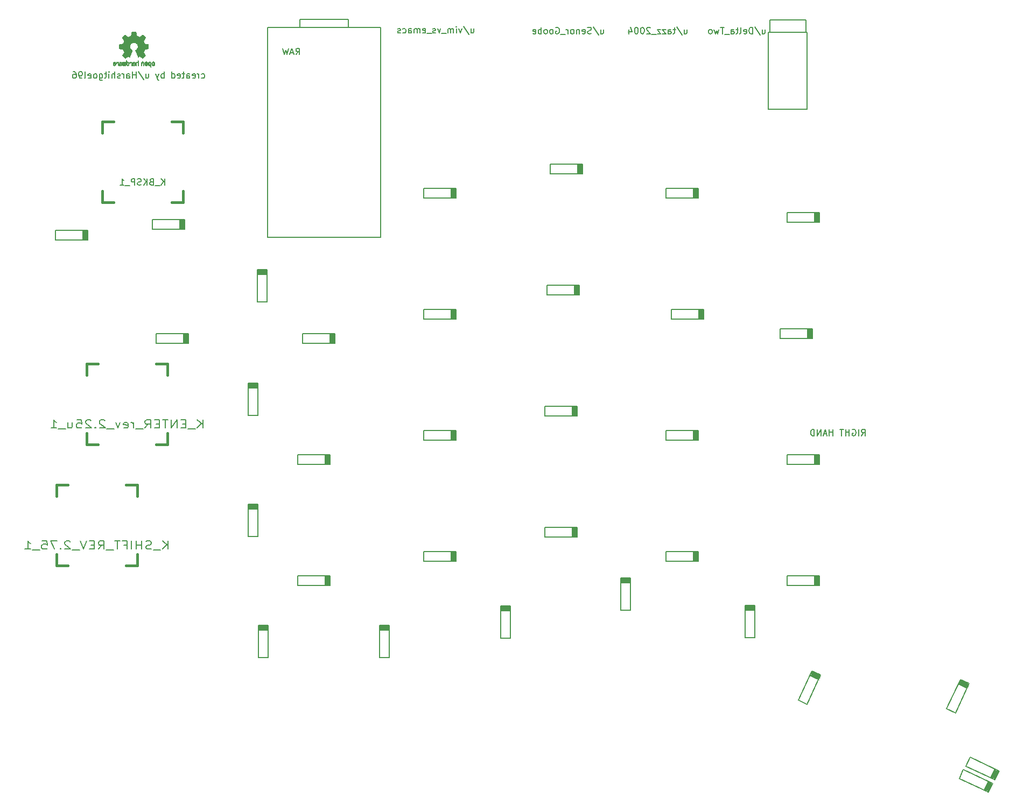
<source format=gbr>
G04 #@! TF.GenerationSoftware,KiCad,Pcbnew,(5.1.5)-3*
G04 #@! TF.CreationDate,2020-03-03T19:55:16+05:30*
G04 #@! TF.ProjectId,ergocape,6572676f-6361-4706-952e-6b696361645f,rev?*
G04 #@! TF.SameCoordinates,Original*
G04 #@! TF.FileFunction,Legend,Bot*
G04 #@! TF.FilePolarity,Positive*
%FSLAX46Y46*%
G04 Gerber Fmt 4.6, Leading zero omitted, Abs format (unit mm)*
G04 Created by KiCad (PCBNEW (5.1.5)-3) date 2020-03-03 19:55:16*
%MOMM*%
%LPD*%
G04 APERTURE LIST*
%ADD10C,0.150000*%
%ADD11C,0.127000*%
%ADD12C,0.381000*%
%ADD13C,0.010000*%
%ADD14C,0.200000*%
%ADD15C,0.203200*%
G04 APERTURE END LIST*
D10*
X64895761Y-26439761D02*
X64991000Y-26487380D01*
X65181476Y-26487380D01*
X65276714Y-26439761D01*
X65324333Y-26392142D01*
X65371952Y-26296904D01*
X65371952Y-26011190D01*
X65324333Y-25915952D01*
X65276714Y-25868333D01*
X65181476Y-25820714D01*
X64991000Y-25820714D01*
X64895761Y-25868333D01*
X64467190Y-26487380D02*
X64467190Y-25820714D01*
X64467190Y-26011190D02*
X64419571Y-25915952D01*
X64371952Y-25868333D01*
X64276714Y-25820714D01*
X64181476Y-25820714D01*
X63467190Y-26439761D02*
X63562428Y-26487380D01*
X63752904Y-26487380D01*
X63848142Y-26439761D01*
X63895761Y-26344523D01*
X63895761Y-25963571D01*
X63848142Y-25868333D01*
X63752904Y-25820714D01*
X63562428Y-25820714D01*
X63467190Y-25868333D01*
X63419571Y-25963571D01*
X63419571Y-26058809D01*
X63895761Y-26154047D01*
X62562428Y-26487380D02*
X62562428Y-25963571D01*
X62610047Y-25868333D01*
X62705285Y-25820714D01*
X62895761Y-25820714D01*
X62991000Y-25868333D01*
X62562428Y-26439761D02*
X62657666Y-26487380D01*
X62895761Y-26487380D01*
X62991000Y-26439761D01*
X63038619Y-26344523D01*
X63038619Y-26249285D01*
X62991000Y-26154047D01*
X62895761Y-26106428D01*
X62657666Y-26106428D01*
X62562428Y-26058809D01*
X62229095Y-25820714D02*
X61848142Y-25820714D01*
X62086238Y-25487380D02*
X62086238Y-26344523D01*
X62038619Y-26439761D01*
X61943380Y-26487380D01*
X61848142Y-26487380D01*
X61133857Y-26439761D02*
X61229095Y-26487380D01*
X61419571Y-26487380D01*
X61514809Y-26439761D01*
X61562428Y-26344523D01*
X61562428Y-25963571D01*
X61514809Y-25868333D01*
X61419571Y-25820714D01*
X61229095Y-25820714D01*
X61133857Y-25868333D01*
X61086238Y-25963571D01*
X61086238Y-26058809D01*
X61562428Y-26154047D01*
X60229095Y-26487380D02*
X60229095Y-25487380D01*
X60229095Y-26439761D02*
X60324333Y-26487380D01*
X60514809Y-26487380D01*
X60610047Y-26439761D01*
X60657666Y-26392142D01*
X60705285Y-26296904D01*
X60705285Y-26011190D01*
X60657666Y-25915952D01*
X60610047Y-25868333D01*
X60514809Y-25820714D01*
X60324333Y-25820714D01*
X60229095Y-25868333D01*
X58991000Y-26487380D02*
X58991000Y-25487380D01*
X58991000Y-25868333D02*
X58895761Y-25820714D01*
X58705285Y-25820714D01*
X58610047Y-25868333D01*
X58562428Y-25915952D01*
X58514809Y-26011190D01*
X58514809Y-26296904D01*
X58562428Y-26392142D01*
X58610047Y-26439761D01*
X58705285Y-26487380D01*
X58895761Y-26487380D01*
X58991000Y-26439761D01*
X58181476Y-25820714D02*
X57943380Y-26487380D01*
X57705285Y-25820714D02*
X57943380Y-26487380D01*
X58038619Y-26725476D01*
X58086238Y-26773095D01*
X58181476Y-26820714D01*
X56133857Y-25820714D02*
X56133857Y-26487380D01*
X56562428Y-25820714D02*
X56562428Y-26344523D01*
X56514809Y-26439761D01*
X56419571Y-26487380D01*
X56276714Y-26487380D01*
X56181476Y-26439761D01*
X56133857Y-26392142D01*
X54943380Y-25439761D02*
X55800523Y-26725476D01*
X54610047Y-26487380D02*
X54610047Y-25487380D01*
X54610047Y-25963571D02*
X54038619Y-25963571D01*
X54038619Y-26487380D02*
X54038619Y-25487380D01*
X53133857Y-26487380D02*
X53133857Y-25963571D01*
X53181476Y-25868333D01*
X53276714Y-25820714D01*
X53467190Y-25820714D01*
X53562428Y-25868333D01*
X53133857Y-26439761D02*
X53229095Y-26487380D01*
X53467190Y-26487380D01*
X53562428Y-26439761D01*
X53610047Y-26344523D01*
X53610047Y-26249285D01*
X53562428Y-26154047D01*
X53467190Y-26106428D01*
X53229095Y-26106428D01*
X53133857Y-26058809D01*
X52657666Y-26487380D02*
X52657666Y-25820714D01*
X52657666Y-26011190D02*
X52610047Y-25915952D01*
X52562428Y-25868333D01*
X52467190Y-25820714D01*
X52371952Y-25820714D01*
X52086238Y-26439761D02*
X51991000Y-26487380D01*
X51800523Y-26487380D01*
X51705285Y-26439761D01*
X51657666Y-26344523D01*
X51657666Y-26296904D01*
X51705285Y-26201666D01*
X51800523Y-26154047D01*
X51943380Y-26154047D01*
X52038619Y-26106428D01*
X52086238Y-26011190D01*
X52086238Y-25963571D01*
X52038619Y-25868333D01*
X51943380Y-25820714D01*
X51800523Y-25820714D01*
X51705285Y-25868333D01*
X51229095Y-26487380D02*
X51229095Y-25487380D01*
X50800523Y-26487380D02*
X50800523Y-25963571D01*
X50848142Y-25868333D01*
X50943380Y-25820714D01*
X51086238Y-25820714D01*
X51181476Y-25868333D01*
X51229095Y-25915952D01*
X50324333Y-26487380D02*
X50324333Y-25820714D01*
X50324333Y-25487380D02*
X50371952Y-25535000D01*
X50324333Y-25582619D01*
X50276714Y-25535000D01*
X50324333Y-25487380D01*
X50324333Y-25582619D01*
X49991000Y-25820714D02*
X49610047Y-25820714D01*
X49848142Y-25487380D02*
X49848142Y-26344523D01*
X49800523Y-26439761D01*
X49705285Y-26487380D01*
X49610047Y-26487380D01*
X48848142Y-25820714D02*
X48848142Y-26630238D01*
X48895761Y-26725476D01*
X48943380Y-26773095D01*
X49038619Y-26820714D01*
X49181476Y-26820714D01*
X49276714Y-26773095D01*
X48848142Y-26439761D02*
X48943380Y-26487380D01*
X49133857Y-26487380D01*
X49229095Y-26439761D01*
X49276714Y-26392142D01*
X49324333Y-26296904D01*
X49324333Y-26011190D01*
X49276714Y-25915952D01*
X49229095Y-25868333D01*
X49133857Y-25820714D01*
X48943380Y-25820714D01*
X48848142Y-25868333D01*
X48229095Y-26487380D02*
X48324333Y-26439761D01*
X48371952Y-26392142D01*
X48419571Y-26296904D01*
X48419571Y-26011190D01*
X48371952Y-25915952D01*
X48324333Y-25868333D01*
X48229095Y-25820714D01*
X48086238Y-25820714D01*
X47991000Y-25868333D01*
X47943380Y-25915952D01*
X47895761Y-26011190D01*
X47895761Y-26296904D01*
X47943380Y-26392142D01*
X47991000Y-26439761D01*
X48086238Y-26487380D01*
X48229095Y-26487380D01*
X47086238Y-26439761D02*
X47181476Y-26487380D01*
X47371952Y-26487380D01*
X47467190Y-26439761D01*
X47514809Y-26344523D01*
X47514809Y-25963571D01*
X47467190Y-25868333D01*
X47371952Y-25820714D01*
X47181476Y-25820714D01*
X47086238Y-25868333D01*
X47038619Y-25963571D01*
X47038619Y-26058809D01*
X47514809Y-26154047D01*
X46467190Y-26487380D02*
X46562428Y-26439761D01*
X46610047Y-26344523D01*
X46610047Y-25487380D01*
X46038619Y-26487380D02*
X45848142Y-26487380D01*
X45752904Y-26439761D01*
X45705285Y-26392142D01*
X45610047Y-26249285D01*
X45562428Y-26058809D01*
X45562428Y-25677857D01*
X45610047Y-25582619D01*
X45657666Y-25535000D01*
X45752904Y-25487380D01*
X45943380Y-25487380D01*
X46038619Y-25535000D01*
X46086238Y-25582619D01*
X46133857Y-25677857D01*
X46133857Y-25915952D01*
X46086238Y-26011190D01*
X46038619Y-26058809D01*
X45943380Y-26106428D01*
X45752904Y-26106428D01*
X45657666Y-26058809D01*
X45610047Y-26011190D01*
X45562428Y-25915952D01*
X44705285Y-25487380D02*
X44895761Y-25487380D01*
X44991000Y-25535000D01*
X45038619Y-25582619D01*
X45133857Y-25725476D01*
X45181476Y-25915952D01*
X45181476Y-26296904D01*
X45133857Y-26392142D01*
X45086238Y-26439761D01*
X44991000Y-26487380D01*
X44800523Y-26487380D01*
X44705285Y-26439761D01*
X44657666Y-26392142D01*
X44610047Y-26296904D01*
X44610047Y-26058809D01*
X44657666Y-25963571D01*
X44705285Y-25915952D01*
X44800523Y-25868333D01*
X44991000Y-25868333D01*
X45086238Y-25915952D01*
X45133857Y-25963571D01*
X45181476Y-26058809D01*
X107250809Y-18708714D02*
X107250809Y-19375380D01*
X107679380Y-18708714D02*
X107679380Y-19232523D01*
X107631761Y-19327761D01*
X107536523Y-19375380D01*
X107393666Y-19375380D01*
X107298428Y-19327761D01*
X107250809Y-19280142D01*
X106060333Y-18327761D02*
X106917476Y-19613476D01*
X105822238Y-18708714D02*
X105584142Y-19375380D01*
X105346047Y-18708714D01*
X104965095Y-19375380D02*
X104965095Y-18708714D01*
X104965095Y-18375380D02*
X105012714Y-18423000D01*
X104965095Y-18470619D01*
X104917476Y-18423000D01*
X104965095Y-18375380D01*
X104965095Y-18470619D01*
X104488904Y-19375380D02*
X104488904Y-18708714D01*
X104488904Y-18803952D02*
X104441285Y-18756333D01*
X104346047Y-18708714D01*
X104203190Y-18708714D01*
X104107952Y-18756333D01*
X104060333Y-18851571D01*
X104060333Y-19375380D01*
X104060333Y-18851571D02*
X104012714Y-18756333D01*
X103917476Y-18708714D01*
X103774619Y-18708714D01*
X103679380Y-18756333D01*
X103631761Y-18851571D01*
X103631761Y-19375380D01*
X103393666Y-19470619D02*
X102631761Y-19470619D01*
X102488904Y-18708714D02*
X102250809Y-19375380D01*
X102012714Y-18708714D01*
X101679380Y-19327761D02*
X101584142Y-19375380D01*
X101393666Y-19375380D01*
X101298428Y-19327761D01*
X101250809Y-19232523D01*
X101250809Y-19184904D01*
X101298428Y-19089666D01*
X101393666Y-19042047D01*
X101536523Y-19042047D01*
X101631761Y-18994428D01*
X101679380Y-18899190D01*
X101679380Y-18851571D01*
X101631761Y-18756333D01*
X101536523Y-18708714D01*
X101393666Y-18708714D01*
X101298428Y-18756333D01*
X101060333Y-19470619D02*
X100298428Y-19470619D01*
X99679380Y-19327761D02*
X99774619Y-19375380D01*
X99965095Y-19375380D01*
X100060333Y-19327761D01*
X100107952Y-19232523D01*
X100107952Y-18851571D01*
X100060333Y-18756333D01*
X99965095Y-18708714D01*
X99774619Y-18708714D01*
X99679380Y-18756333D01*
X99631761Y-18851571D01*
X99631761Y-18946809D01*
X100107952Y-19042047D01*
X99203190Y-19375380D02*
X99203190Y-18708714D01*
X99203190Y-18803952D02*
X99155571Y-18756333D01*
X99060333Y-18708714D01*
X98917476Y-18708714D01*
X98822238Y-18756333D01*
X98774619Y-18851571D01*
X98774619Y-19375380D01*
X98774619Y-18851571D02*
X98727000Y-18756333D01*
X98631761Y-18708714D01*
X98488904Y-18708714D01*
X98393666Y-18756333D01*
X98346047Y-18851571D01*
X98346047Y-19375380D01*
X97441285Y-19375380D02*
X97441285Y-18851571D01*
X97488904Y-18756333D01*
X97584142Y-18708714D01*
X97774619Y-18708714D01*
X97869857Y-18756333D01*
X97441285Y-19327761D02*
X97536523Y-19375380D01*
X97774619Y-19375380D01*
X97869857Y-19327761D01*
X97917476Y-19232523D01*
X97917476Y-19137285D01*
X97869857Y-19042047D01*
X97774619Y-18994428D01*
X97536523Y-18994428D01*
X97441285Y-18946809D01*
X96536523Y-19327761D02*
X96631761Y-19375380D01*
X96822238Y-19375380D01*
X96917476Y-19327761D01*
X96965095Y-19280142D01*
X97012714Y-19184904D01*
X97012714Y-18899190D01*
X96965095Y-18803952D01*
X96917476Y-18756333D01*
X96822238Y-18708714D01*
X96631761Y-18708714D01*
X96536523Y-18756333D01*
X96155571Y-19327761D02*
X96060333Y-19375380D01*
X95869857Y-19375380D01*
X95774619Y-19327761D01*
X95727000Y-19232523D01*
X95727000Y-19184904D01*
X95774619Y-19089666D01*
X95869857Y-19042047D01*
X96012714Y-19042047D01*
X96107952Y-18994428D01*
X96155571Y-18899190D01*
X96155571Y-18851571D01*
X96107952Y-18756333D01*
X96012714Y-18708714D01*
X95869857Y-18708714D01*
X95774619Y-18756333D01*
X153074190Y-18835714D02*
X153074190Y-19502380D01*
X153502761Y-18835714D02*
X153502761Y-19359523D01*
X153455142Y-19454761D01*
X153359904Y-19502380D01*
X153217047Y-19502380D01*
X153121809Y-19454761D01*
X153074190Y-19407142D01*
X151883714Y-18454761D02*
X152740857Y-19740476D01*
X151550380Y-19502380D02*
X151550380Y-18502380D01*
X151312285Y-18502380D01*
X151169428Y-18550000D01*
X151074190Y-18645238D01*
X151026571Y-18740476D01*
X150978952Y-18930952D01*
X150978952Y-19073809D01*
X151026571Y-19264285D01*
X151074190Y-19359523D01*
X151169428Y-19454761D01*
X151312285Y-19502380D01*
X151550380Y-19502380D01*
X150169428Y-19454761D02*
X150264666Y-19502380D01*
X150455142Y-19502380D01*
X150550380Y-19454761D01*
X150598000Y-19359523D01*
X150598000Y-18978571D01*
X150550380Y-18883333D01*
X150455142Y-18835714D01*
X150264666Y-18835714D01*
X150169428Y-18883333D01*
X150121809Y-18978571D01*
X150121809Y-19073809D01*
X150598000Y-19169047D01*
X149550380Y-19502380D02*
X149645619Y-19454761D01*
X149693238Y-19359523D01*
X149693238Y-18502380D01*
X149312285Y-18835714D02*
X148931333Y-18835714D01*
X149169428Y-18502380D02*
X149169428Y-19359523D01*
X149121809Y-19454761D01*
X149026571Y-19502380D01*
X148931333Y-19502380D01*
X148169428Y-19502380D02*
X148169428Y-18978571D01*
X148217047Y-18883333D01*
X148312285Y-18835714D01*
X148502761Y-18835714D01*
X148598000Y-18883333D01*
X148169428Y-19454761D02*
X148264666Y-19502380D01*
X148502761Y-19502380D01*
X148598000Y-19454761D01*
X148645619Y-19359523D01*
X148645619Y-19264285D01*
X148598000Y-19169047D01*
X148502761Y-19121428D01*
X148264666Y-19121428D01*
X148169428Y-19073809D01*
X147931333Y-19597619D02*
X147169428Y-19597619D01*
X147074190Y-18502380D02*
X146502761Y-18502380D01*
X146788476Y-19502380D02*
X146788476Y-18502380D01*
X146264666Y-18835714D02*
X146074190Y-19502380D01*
X145883714Y-19026190D01*
X145693238Y-19502380D01*
X145502761Y-18835714D01*
X144978952Y-19502380D02*
X145074190Y-19454761D01*
X145121809Y-19407142D01*
X145169428Y-19311904D01*
X145169428Y-19026190D01*
X145121809Y-18930952D01*
X145074190Y-18883333D01*
X144978952Y-18835714D01*
X144836095Y-18835714D01*
X144740857Y-18883333D01*
X144693238Y-18930952D01*
X144645619Y-19026190D01*
X144645619Y-19311904D01*
X144693238Y-19407142D01*
X144740857Y-19454761D01*
X144836095Y-19502380D01*
X144978952Y-19502380D01*
X140794857Y-18835714D02*
X140794857Y-19502380D01*
X141223428Y-18835714D02*
X141223428Y-19359523D01*
X141175809Y-19454761D01*
X141080571Y-19502380D01*
X140937714Y-19502380D01*
X140842476Y-19454761D01*
X140794857Y-19407142D01*
X139604380Y-18454761D02*
X140461523Y-19740476D01*
X139413904Y-18835714D02*
X139032952Y-18835714D01*
X139271047Y-18502380D02*
X139271047Y-19359523D01*
X139223428Y-19454761D01*
X139128190Y-19502380D01*
X139032952Y-19502380D01*
X138271047Y-19502380D02*
X138271047Y-18978571D01*
X138318666Y-18883333D01*
X138413904Y-18835714D01*
X138604380Y-18835714D01*
X138699619Y-18883333D01*
X138271047Y-19454761D02*
X138366285Y-19502380D01*
X138604380Y-19502380D01*
X138699619Y-19454761D01*
X138747238Y-19359523D01*
X138747238Y-19264285D01*
X138699619Y-19169047D01*
X138604380Y-19121428D01*
X138366285Y-19121428D01*
X138271047Y-19073809D01*
X137890095Y-18835714D02*
X137366285Y-18835714D01*
X137890095Y-19502380D01*
X137366285Y-19502380D01*
X137080571Y-18835714D02*
X136556761Y-18835714D01*
X137080571Y-19502380D01*
X136556761Y-19502380D01*
X136413904Y-19597619D02*
X135652000Y-19597619D01*
X135461523Y-18597619D02*
X135413904Y-18550000D01*
X135318666Y-18502380D01*
X135080571Y-18502380D01*
X134985333Y-18550000D01*
X134937714Y-18597619D01*
X134890095Y-18692857D01*
X134890095Y-18788095D01*
X134937714Y-18930952D01*
X135509142Y-19502380D01*
X134890095Y-19502380D01*
X134271047Y-18502380D02*
X134175809Y-18502380D01*
X134080571Y-18550000D01*
X134032952Y-18597619D01*
X133985333Y-18692857D01*
X133937714Y-18883333D01*
X133937714Y-19121428D01*
X133985333Y-19311904D01*
X134032952Y-19407142D01*
X134080571Y-19454761D01*
X134175809Y-19502380D01*
X134271047Y-19502380D01*
X134366285Y-19454761D01*
X134413904Y-19407142D01*
X134461523Y-19311904D01*
X134509142Y-19121428D01*
X134509142Y-18883333D01*
X134461523Y-18692857D01*
X134413904Y-18597619D01*
X134366285Y-18550000D01*
X134271047Y-18502380D01*
X133318666Y-18502380D02*
X133223428Y-18502380D01*
X133128190Y-18550000D01*
X133080571Y-18597619D01*
X133032952Y-18692857D01*
X132985333Y-18883333D01*
X132985333Y-19121428D01*
X133032952Y-19311904D01*
X133080571Y-19407142D01*
X133128190Y-19454761D01*
X133223428Y-19502380D01*
X133318666Y-19502380D01*
X133413904Y-19454761D01*
X133461523Y-19407142D01*
X133509142Y-19311904D01*
X133556761Y-19121428D01*
X133556761Y-18883333D01*
X133509142Y-18692857D01*
X133461523Y-18597619D01*
X133413904Y-18550000D01*
X133318666Y-18502380D01*
X132128190Y-18835714D02*
X132128190Y-19502380D01*
X132366285Y-18454761D02*
X132604380Y-19169047D01*
X131985333Y-19169047D01*
X127650238Y-18835714D02*
X127650238Y-19502380D01*
X128078809Y-18835714D02*
X128078809Y-19359523D01*
X128031190Y-19454761D01*
X127935952Y-19502380D01*
X127793095Y-19502380D01*
X127697857Y-19454761D01*
X127650238Y-19407142D01*
X126459761Y-18454761D02*
X127316904Y-19740476D01*
X126174047Y-19454761D02*
X126031190Y-19502380D01*
X125793095Y-19502380D01*
X125697857Y-19454761D01*
X125650238Y-19407142D01*
X125602619Y-19311904D01*
X125602619Y-19216666D01*
X125650238Y-19121428D01*
X125697857Y-19073809D01*
X125793095Y-19026190D01*
X125983571Y-18978571D01*
X126078809Y-18930952D01*
X126126428Y-18883333D01*
X126174047Y-18788095D01*
X126174047Y-18692857D01*
X126126428Y-18597619D01*
X126078809Y-18550000D01*
X125983571Y-18502380D01*
X125745476Y-18502380D01*
X125602619Y-18550000D01*
X124793095Y-19454761D02*
X124888333Y-19502380D01*
X125078809Y-19502380D01*
X125174047Y-19454761D01*
X125221666Y-19359523D01*
X125221666Y-18978571D01*
X125174047Y-18883333D01*
X125078809Y-18835714D01*
X124888333Y-18835714D01*
X124793095Y-18883333D01*
X124745476Y-18978571D01*
X124745476Y-19073809D01*
X125221666Y-19169047D01*
X124316904Y-18835714D02*
X124316904Y-19502380D01*
X124316904Y-18930952D02*
X124269285Y-18883333D01*
X124174047Y-18835714D01*
X124031190Y-18835714D01*
X123935952Y-18883333D01*
X123888333Y-18978571D01*
X123888333Y-19502380D01*
X123269285Y-19502380D02*
X123364523Y-19454761D01*
X123412142Y-19407142D01*
X123459761Y-19311904D01*
X123459761Y-19026190D01*
X123412142Y-18930952D01*
X123364523Y-18883333D01*
X123269285Y-18835714D01*
X123126428Y-18835714D01*
X123031190Y-18883333D01*
X122983571Y-18930952D01*
X122935952Y-19026190D01*
X122935952Y-19311904D01*
X122983571Y-19407142D01*
X123031190Y-19454761D01*
X123126428Y-19502380D01*
X123269285Y-19502380D01*
X122507380Y-19502380D02*
X122507380Y-18835714D01*
X122507380Y-19026190D02*
X122459761Y-18930952D01*
X122412142Y-18883333D01*
X122316904Y-18835714D01*
X122221666Y-18835714D01*
X122126428Y-19597619D02*
X121364523Y-19597619D01*
X120602619Y-18550000D02*
X120697857Y-18502380D01*
X120840714Y-18502380D01*
X120983571Y-18550000D01*
X121078809Y-18645238D01*
X121126428Y-18740476D01*
X121174047Y-18930952D01*
X121174047Y-19073809D01*
X121126428Y-19264285D01*
X121078809Y-19359523D01*
X120983571Y-19454761D01*
X120840714Y-19502380D01*
X120745476Y-19502380D01*
X120602619Y-19454761D01*
X120555000Y-19407142D01*
X120555000Y-19073809D01*
X120745476Y-19073809D01*
X119983571Y-19502380D02*
X120078809Y-19454761D01*
X120126428Y-19407142D01*
X120174047Y-19311904D01*
X120174047Y-19026190D01*
X120126428Y-18930952D01*
X120078809Y-18883333D01*
X119983571Y-18835714D01*
X119840714Y-18835714D01*
X119745476Y-18883333D01*
X119697857Y-18930952D01*
X119650238Y-19026190D01*
X119650238Y-19311904D01*
X119697857Y-19407142D01*
X119745476Y-19454761D01*
X119840714Y-19502380D01*
X119983571Y-19502380D01*
X119078809Y-19502380D02*
X119174047Y-19454761D01*
X119221666Y-19407142D01*
X119269285Y-19311904D01*
X119269285Y-19026190D01*
X119221666Y-18930952D01*
X119174047Y-18883333D01*
X119078809Y-18835714D01*
X118935952Y-18835714D01*
X118840714Y-18883333D01*
X118793095Y-18930952D01*
X118745476Y-19026190D01*
X118745476Y-19311904D01*
X118793095Y-19407142D01*
X118840714Y-19454761D01*
X118935952Y-19502380D01*
X119078809Y-19502380D01*
X118316904Y-19502380D02*
X118316904Y-18502380D01*
X118316904Y-18883333D02*
X118221666Y-18835714D01*
X118031190Y-18835714D01*
X117935952Y-18883333D01*
X117888333Y-18930952D01*
X117840714Y-19026190D01*
X117840714Y-19311904D01*
X117888333Y-19407142D01*
X117935952Y-19454761D01*
X118031190Y-19502380D01*
X118221666Y-19502380D01*
X118316904Y-19454761D01*
X117031190Y-19454761D02*
X117126428Y-19502380D01*
X117316904Y-19502380D01*
X117412142Y-19454761D01*
X117459761Y-19359523D01*
X117459761Y-18978571D01*
X117412142Y-18883333D01*
X117316904Y-18835714D01*
X117126428Y-18835714D01*
X117031190Y-18883333D01*
X116983571Y-18978571D01*
X116983571Y-19073809D01*
X117459761Y-19169047D01*
X168663476Y-82748380D02*
X168996809Y-82272190D01*
X169234904Y-82748380D02*
X169234904Y-81748380D01*
X168853952Y-81748380D01*
X168758714Y-81796000D01*
X168711095Y-81843619D01*
X168663476Y-81938857D01*
X168663476Y-82081714D01*
X168711095Y-82176952D01*
X168758714Y-82224571D01*
X168853952Y-82272190D01*
X169234904Y-82272190D01*
X168234904Y-82748380D02*
X168234904Y-81748380D01*
X167234904Y-81796000D02*
X167330142Y-81748380D01*
X167473000Y-81748380D01*
X167615857Y-81796000D01*
X167711095Y-81891238D01*
X167758714Y-81986476D01*
X167806333Y-82176952D01*
X167806333Y-82319809D01*
X167758714Y-82510285D01*
X167711095Y-82605523D01*
X167615857Y-82700761D01*
X167473000Y-82748380D01*
X167377761Y-82748380D01*
X167234904Y-82700761D01*
X167187285Y-82653142D01*
X167187285Y-82319809D01*
X167377761Y-82319809D01*
X166758714Y-82748380D02*
X166758714Y-81748380D01*
X166758714Y-82224571D02*
X166187285Y-82224571D01*
X166187285Y-82748380D02*
X166187285Y-81748380D01*
X165853952Y-81748380D02*
X165282523Y-81748380D01*
X165568238Y-82748380D02*
X165568238Y-81748380D01*
X164187285Y-82748380D02*
X164187285Y-81748380D01*
X164187285Y-82224571D02*
X163615857Y-82224571D01*
X163615857Y-82748380D02*
X163615857Y-81748380D01*
X163187285Y-82462666D02*
X162711095Y-82462666D01*
X163282523Y-82748380D02*
X162949190Y-81748380D01*
X162615857Y-82748380D01*
X162282523Y-82748380D02*
X162282523Y-81748380D01*
X161711095Y-82748380D01*
X161711095Y-81748380D01*
X161234904Y-82748380D02*
X161234904Y-81748380D01*
X160996809Y-81748380D01*
X160853952Y-81796000D01*
X160758714Y-81891238D01*
X160711095Y-81986476D01*
X160663476Y-82176952D01*
X160663476Y-82319809D01*
X160711095Y-82510285D01*
X160758714Y-82605523D01*
X160853952Y-82700761D01*
X160996809Y-82748380D01*
X161234904Y-82748380D01*
D11*
X80314800Y-17246600D02*
X80314800Y-18516600D01*
X87934800Y-17246600D02*
X80314800Y-17246600D01*
X87934800Y-18516600D02*
X87934800Y-17246600D01*
X75234800Y-18516600D02*
X93014800Y-18516600D01*
X75234800Y-51536600D02*
X75234800Y-18516600D01*
X93014800Y-51536600D02*
X75234800Y-51536600D01*
X93014800Y-18516600D02*
X93014800Y-51536600D01*
D12*
X61976000Y-35115500D02*
X61976000Y-33337500D01*
X61976000Y-46037500D02*
X61976000Y-44259500D01*
X60198000Y-46037500D02*
X61976000Y-46037500D01*
X49276000Y-46037500D02*
X51054000Y-46037500D01*
X49276000Y-44259500D02*
X49276000Y-46037500D01*
X49276000Y-33337500D02*
X49276000Y-35115500D01*
X51054000Y-33337500D02*
X49276000Y-33337500D01*
X61976000Y-33337500D02*
X60198000Y-33337500D01*
X54768800Y-92265500D02*
X54768800Y-90487500D01*
X54768800Y-103187500D02*
X54768800Y-101409500D01*
X52990800Y-103187500D02*
X54768800Y-103187500D01*
X42068800Y-103187500D02*
X43846800Y-103187500D01*
X42068800Y-101409500D02*
X42068800Y-103187500D01*
X42068800Y-90487500D02*
X42068800Y-92265500D01*
X43846800Y-90487500D02*
X42068800Y-90487500D01*
X54768800Y-90487500D02*
X52990800Y-90487500D01*
D13*
G36*
X54125090Y-19213348D02*
G01*
X54046546Y-19213778D01*
X53989702Y-19214942D01*
X53950895Y-19217207D01*
X53926462Y-19220940D01*
X53912738Y-19226506D01*
X53906060Y-19234273D01*
X53902764Y-19244605D01*
X53902444Y-19245943D01*
X53897438Y-19270079D01*
X53888171Y-19317701D01*
X53875608Y-19383741D01*
X53860713Y-19463128D01*
X53844449Y-19550796D01*
X53843881Y-19553875D01*
X53827590Y-19639789D01*
X53812348Y-19715696D01*
X53799139Y-19777045D01*
X53788946Y-19819282D01*
X53782752Y-19837855D01*
X53782457Y-19838184D01*
X53764212Y-19847253D01*
X53726595Y-19862367D01*
X53677729Y-19880262D01*
X53677457Y-19880358D01*
X53615907Y-19903493D01*
X53543343Y-19932965D01*
X53474943Y-19962597D01*
X53471706Y-19964062D01*
X53360298Y-20014626D01*
X53113601Y-19846160D01*
X53037923Y-19794803D01*
X52969369Y-19748889D01*
X52911912Y-19711030D01*
X52869524Y-19683837D01*
X52846175Y-19669921D01*
X52843958Y-19668889D01*
X52826990Y-19673484D01*
X52795299Y-19695655D01*
X52747648Y-19736447D01*
X52682802Y-19796905D01*
X52616603Y-19861227D01*
X52552786Y-19924612D01*
X52495671Y-19982451D01*
X52448695Y-20031175D01*
X52415297Y-20067210D01*
X52398915Y-20086984D01*
X52398306Y-20088002D01*
X52396495Y-20101572D01*
X52403317Y-20123733D01*
X52420460Y-20157478D01*
X52449607Y-20205800D01*
X52492445Y-20271692D01*
X52549552Y-20356517D01*
X52600234Y-20431177D01*
X52645539Y-20498140D01*
X52682850Y-20553516D01*
X52709548Y-20593420D01*
X52723015Y-20613962D01*
X52723863Y-20615356D01*
X52722219Y-20635038D01*
X52709755Y-20673293D01*
X52688952Y-20722889D01*
X52681538Y-20738728D01*
X52649186Y-20809290D01*
X52614672Y-20889353D01*
X52586635Y-20958629D01*
X52566432Y-21010045D01*
X52550385Y-21049119D01*
X52541112Y-21069541D01*
X52539959Y-21071114D01*
X52522904Y-21073721D01*
X52482702Y-21080863D01*
X52424698Y-21091523D01*
X52354237Y-21104685D01*
X52276665Y-21119333D01*
X52197328Y-21134449D01*
X52121569Y-21149018D01*
X52054736Y-21162022D01*
X52002172Y-21172445D01*
X51969224Y-21179270D01*
X51961143Y-21181199D01*
X51952795Y-21185962D01*
X51946494Y-21196718D01*
X51941955Y-21217098D01*
X51938896Y-21250734D01*
X51937033Y-21301255D01*
X51936082Y-21372292D01*
X51935760Y-21467476D01*
X51935743Y-21506492D01*
X51935743Y-21823799D01*
X52011943Y-21838839D01*
X52054337Y-21846995D01*
X52117600Y-21858899D01*
X52194038Y-21873116D01*
X52275957Y-21888210D01*
X52298600Y-21892355D01*
X52374194Y-21907053D01*
X52440047Y-21921505D01*
X52490634Y-21934375D01*
X52520426Y-21944322D01*
X52525388Y-21947287D01*
X52537574Y-21968283D01*
X52555047Y-22008967D01*
X52574423Y-22061322D01*
X52578266Y-22072600D01*
X52603661Y-22142523D01*
X52635183Y-22221418D01*
X52666031Y-22292266D01*
X52666183Y-22292595D01*
X52717553Y-22403733D01*
X52548601Y-22652253D01*
X52379648Y-22900772D01*
X52596571Y-23118058D01*
X52662181Y-23182726D01*
X52722021Y-23239733D01*
X52772733Y-23286033D01*
X52810954Y-23318584D01*
X52833325Y-23334343D01*
X52836534Y-23335343D01*
X52855374Y-23327469D01*
X52893820Y-23305578D01*
X52947670Y-23272267D01*
X53012724Y-23230131D01*
X53083060Y-23182943D01*
X53154445Y-23134810D01*
X53218092Y-23092928D01*
X53269959Y-23059871D01*
X53306005Y-23038218D01*
X53322133Y-23030543D01*
X53341811Y-23037037D01*
X53379125Y-23054150D01*
X53426379Y-23078326D01*
X53431388Y-23081013D01*
X53495023Y-23112927D01*
X53538659Y-23128579D01*
X53565798Y-23128745D01*
X53579943Y-23114204D01*
X53580025Y-23114000D01*
X53587095Y-23096779D01*
X53603958Y-23055899D01*
X53629305Y-22994525D01*
X53661829Y-22915819D01*
X53700222Y-22822947D01*
X53743178Y-22719072D01*
X53784778Y-22618502D01*
X53830496Y-22507516D01*
X53872474Y-22404703D01*
X53909452Y-22313215D01*
X53940173Y-22236201D01*
X53963378Y-22176815D01*
X53977810Y-22138209D01*
X53982257Y-22123800D01*
X53971104Y-22107272D01*
X53941931Y-22080930D01*
X53903029Y-22051887D01*
X53792243Y-21960039D01*
X53705649Y-21854759D01*
X53644284Y-21738266D01*
X53609185Y-21612776D01*
X53601392Y-21480507D01*
X53607057Y-21419457D01*
X53637922Y-21292795D01*
X53691080Y-21180941D01*
X53763233Y-21085001D01*
X53851083Y-21006076D01*
X53951335Y-20945270D01*
X54060690Y-20903687D01*
X54175853Y-20882428D01*
X54293525Y-20882599D01*
X54410410Y-20905301D01*
X54523211Y-20951638D01*
X54628631Y-21022713D01*
X54672632Y-21062911D01*
X54757021Y-21166129D01*
X54815778Y-21278925D01*
X54849296Y-21398010D01*
X54857965Y-21520095D01*
X54842177Y-21641893D01*
X54802322Y-21760116D01*
X54738793Y-21871475D01*
X54651979Y-21972684D01*
X54554971Y-22051887D01*
X54514563Y-22082162D01*
X54486018Y-22108219D01*
X54475743Y-22123825D01*
X54481123Y-22140843D01*
X54496425Y-22181500D01*
X54520388Y-22242642D01*
X54551756Y-22321119D01*
X54589268Y-22413780D01*
X54631667Y-22517472D01*
X54673337Y-22618526D01*
X54719310Y-22729607D01*
X54761893Y-22832541D01*
X54799779Y-22924165D01*
X54831660Y-23001316D01*
X54856229Y-23060831D01*
X54872180Y-23099544D01*
X54878090Y-23114000D01*
X54892052Y-23128685D01*
X54919060Y-23128642D01*
X54962587Y-23113099D01*
X55026110Y-23081284D01*
X55026612Y-23081013D01*
X55074440Y-23056323D01*
X55113103Y-23038338D01*
X55134905Y-23030614D01*
X55135867Y-23030543D01*
X55152279Y-23038378D01*
X55188513Y-23060165D01*
X55240526Y-23093328D01*
X55304275Y-23135291D01*
X55374940Y-23182943D01*
X55446884Y-23231191D01*
X55511726Y-23273151D01*
X55565265Y-23306227D01*
X55603303Y-23327821D01*
X55621467Y-23335343D01*
X55638192Y-23325457D01*
X55671820Y-23297826D01*
X55718990Y-23255495D01*
X55776342Y-23201505D01*
X55840516Y-23138899D01*
X55861503Y-23117983D01*
X56078501Y-22900623D01*
X55913332Y-22658220D01*
X55863136Y-22583781D01*
X55819081Y-22516972D01*
X55783638Y-22461665D01*
X55759281Y-22421729D01*
X55748478Y-22401036D01*
X55748162Y-22399563D01*
X55753857Y-22380058D01*
X55769174Y-22340822D01*
X55791463Y-22288430D01*
X55807107Y-22253355D01*
X55836359Y-22186201D01*
X55863906Y-22118358D01*
X55885263Y-22061034D01*
X55891065Y-22043572D01*
X55907548Y-21996938D01*
X55923660Y-21960905D01*
X55932510Y-21947287D01*
X55952040Y-21938952D01*
X55994666Y-21927137D01*
X56054855Y-21913181D01*
X56127078Y-21898422D01*
X56159400Y-21892355D01*
X56241478Y-21877273D01*
X56320205Y-21862669D01*
X56387891Y-21849980D01*
X56436840Y-21840642D01*
X56446057Y-21838839D01*
X56522257Y-21823799D01*
X56522257Y-21506492D01*
X56522086Y-21402154D01*
X56521384Y-21323213D01*
X56519866Y-21266038D01*
X56517251Y-21226999D01*
X56513254Y-21202465D01*
X56507591Y-21188805D01*
X56499980Y-21182389D01*
X56496857Y-21181199D01*
X56478022Y-21176980D01*
X56436412Y-21168562D01*
X56377370Y-21156961D01*
X56306243Y-21143195D01*
X56228375Y-21128280D01*
X56149113Y-21113232D01*
X56073802Y-21099069D01*
X56007787Y-21086806D01*
X55956413Y-21077461D01*
X55925025Y-21072050D01*
X55918041Y-21071114D01*
X55911715Y-21058596D01*
X55897710Y-21025246D01*
X55878645Y-20977377D01*
X55871366Y-20958629D01*
X55842004Y-20886195D01*
X55807429Y-20806170D01*
X55776463Y-20738728D01*
X55753677Y-20687159D01*
X55738518Y-20644785D01*
X55733458Y-20618834D01*
X55734264Y-20615356D01*
X55744959Y-20598936D01*
X55769380Y-20562417D01*
X55804905Y-20509687D01*
X55848913Y-20444635D01*
X55898783Y-20371151D01*
X55908644Y-20356645D01*
X55966508Y-20270704D01*
X56009044Y-20205261D01*
X56037946Y-20157304D01*
X56054910Y-20123820D01*
X56061633Y-20101795D01*
X56059810Y-20088217D01*
X56059764Y-20088131D01*
X56045414Y-20070297D01*
X56013677Y-20035817D01*
X55967990Y-19988268D01*
X55911796Y-19931222D01*
X55848532Y-19868255D01*
X55841398Y-19861227D01*
X55761670Y-19784020D01*
X55700143Y-19727330D01*
X55655579Y-19690110D01*
X55626743Y-19671315D01*
X55614042Y-19668889D01*
X55595506Y-19679471D01*
X55557039Y-19703916D01*
X55502614Y-19739612D01*
X55436202Y-19783947D01*
X55361775Y-19834311D01*
X55344399Y-19846160D01*
X55097703Y-20014626D01*
X54986294Y-19964062D01*
X54918543Y-19934595D01*
X54845817Y-19904959D01*
X54783297Y-19881330D01*
X54780543Y-19880358D01*
X54731640Y-19862457D01*
X54693943Y-19847320D01*
X54675575Y-19838210D01*
X54675544Y-19838184D01*
X54669715Y-19821717D01*
X54659808Y-19781219D01*
X54646805Y-19721242D01*
X54631691Y-19646340D01*
X54615448Y-19561064D01*
X54614119Y-19553875D01*
X54597825Y-19466014D01*
X54582867Y-19386260D01*
X54570209Y-19319681D01*
X54560814Y-19271347D01*
X54555646Y-19246325D01*
X54555556Y-19245943D01*
X54552411Y-19235299D01*
X54546296Y-19227262D01*
X54533547Y-19221467D01*
X54510500Y-19217547D01*
X54473491Y-19215135D01*
X54418856Y-19213865D01*
X54342933Y-19213371D01*
X54242056Y-19213286D01*
X54229000Y-19213286D01*
X54125090Y-19213348D01*
G37*
X54125090Y-19213348D02*
X54046546Y-19213778D01*
X53989702Y-19214942D01*
X53950895Y-19217207D01*
X53926462Y-19220940D01*
X53912738Y-19226506D01*
X53906060Y-19234273D01*
X53902764Y-19244605D01*
X53902444Y-19245943D01*
X53897438Y-19270079D01*
X53888171Y-19317701D01*
X53875608Y-19383741D01*
X53860713Y-19463128D01*
X53844449Y-19550796D01*
X53843881Y-19553875D01*
X53827590Y-19639789D01*
X53812348Y-19715696D01*
X53799139Y-19777045D01*
X53788946Y-19819282D01*
X53782752Y-19837855D01*
X53782457Y-19838184D01*
X53764212Y-19847253D01*
X53726595Y-19862367D01*
X53677729Y-19880262D01*
X53677457Y-19880358D01*
X53615907Y-19903493D01*
X53543343Y-19932965D01*
X53474943Y-19962597D01*
X53471706Y-19964062D01*
X53360298Y-20014626D01*
X53113601Y-19846160D01*
X53037923Y-19794803D01*
X52969369Y-19748889D01*
X52911912Y-19711030D01*
X52869524Y-19683837D01*
X52846175Y-19669921D01*
X52843958Y-19668889D01*
X52826990Y-19673484D01*
X52795299Y-19695655D01*
X52747648Y-19736447D01*
X52682802Y-19796905D01*
X52616603Y-19861227D01*
X52552786Y-19924612D01*
X52495671Y-19982451D01*
X52448695Y-20031175D01*
X52415297Y-20067210D01*
X52398915Y-20086984D01*
X52398306Y-20088002D01*
X52396495Y-20101572D01*
X52403317Y-20123733D01*
X52420460Y-20157478D01*
X52449607Y-20205800D01*
X52492445Y-20271692D01*
X52549552Y-20356517D01*
X52600234Y-20431177D01*
X52645539Y-20498140D01*
X52682850Y-20553516D01*
X52709548Y-20593420D01*
X52723015Y-20613962D01*
X52723863Y-20615356D01*
X52722219Y-20635038D01*
X52709755Y-20673293D01*
X52688952Y-20722889D01*
X52681538Y-20738728D01*
X52649186Y-20809290D01*
X52614672Y-20889353D01*
X52586635Y-20958629D01*
X52566432Y-21010045D01*
X52550385Y-21049119D01*
X52541112Y-21069541D01*
X52539959Y-21071114D01*
X52522904Y-21073721D01*
X52482702Y-21080863D01*
X52424698Y-21091523D01*
X52354237Y-21104685D01*
X52276665Y-21119333D01*
X52197328Y-21134449D01*
X52121569Y-21149018D01*
X52054736Y-21162022D01*
X52002172Y-21172445D01*
X51969224Y-21179270D01*
X51961143Y-21181199D01*
X51952795Y-21185962D01*
X51946494Y-21196718D01*
X51941955Y-21217098D01*
X51938896Y-21250734D01*
X51937033Y-21301255D01*
X51936082Y-21372292D01*
X51935760Y-21467476D01*
X51935743Y-21506492D01*
X51935743Y-21823799D01*
X52011943Y-21838839D01*
X52054337Y-21846995D01*
X52117600Y-21858899D01*
X52194038Y-21873116D01*
X52275957Y-21888210D01*
X52298600Y-21892355D01*
X52374194Y-21907053D01*
X52440047Y-21921505D01*
X52490634Y-21934375D01*
X52520426Y-21944322D01*
X52525388Y-21947287D01*
X52537574Y-21968283D01*
X52555047Y-22008967D01*
X52574423Y-22061322D01*
X52578266Y-22072600D01*
X52603661Y-22142523D01*
X52635183Y-22221418D01*
X52666031Y-22292266D01*
X52666183Y-22292595D01*
X52717553Y-22403733D01*
X52548601Y-22652253D01*
X52379648Y-22900772D01*
X52596571Y-23118058D01*
X52662181Y-23182726D01*
X52722021Y-23239733D01*
X52772733Y-23286033D01*
X52810954Y-23318584D01*
X52833325Y-23334343D01*
X52836534Y-23335343D01*
X52855374Y-23327469D01*
X52893820Y-23305578D01*
X52947670Y-23272267D01*
X53012724Y-23230131D01*
X53083060Y-23182943D01*
X53154445Y-23134810D01*
X53218092Y-23092928D01*
X53269959Y-23059871D01*
X53306005Y-23038218D01*
X53322133Y-23030543D01*
X53341811Y-23037037D01*
X53379125Y-23054150D01*
X53426379Y-23078326D01*
X53431388Y-23081013D01*
X53495023Y-23112927D01*
X53538659Y-23128579D01*
X53565798Y-23128745D01*
X53579943Y-23114204D01*
X53580025Y-23114000D01*
X53587095Y-23096779D01*
X53603958Y-23055899D01*
X53629305Y-22994525D01*
X53661829Y-22915819D01*
X53700222Y-22822947D01*
X53743178Y-22719072D01*
X53784778Y-22618502D01*
X53830496Y-22507516D01*
X53872474Y-22404703D01*
X53909452Y-22313215D01*
X53940173Y-22236201D01*
X53963378Y-22176815D01*
X53977810Y-22138209D01*
X53982257Y-22123800D01*
X53971104Y-22107272D01*
X53941931Y-22080930D01*
X53903029Y-22051887D01*
X53792243Y-21960039D01*
X53705649Y-21854759D01*
X53644284Y-21738266D01*
X53609185Y-21612776D01*
X53601392Y-21480507D01*
X53607057Y-21419457D01*
X53637922Y-21292795D01*
X53691080Y-21180941D01*
X53763233Y-21085001D01*
X53851083Y-21006076D01*
X53951335Y-20945270D01*
X54060690Y-20903687D01*
X54175853Y-20882428D01*
X54293525Y-20882599D01*
X54410410Y-20905301D01*
X54523211Y-20951638D01*
X54628631Y-21022713D01*
X54672632Y-21062911D01*
X54757021Y-21166129D01*
X54815778Y-21278925D01*
X54849296Y-21398010D01*
X54857965Y-21520095D01*
X54842177Y-21641893D01*
X54802322Y-21760116D01*
X54738793Y-21871475D01*
X54651979Y-21972684D01*
X54554971Y-22051887D01*
X54514563Y-22082162D01*
X54486018Y-22108219D01*
X54475743Y-22123825D01*
X54481123Y-22140843D01*
X54496425Y-22181500D01*
X54520388Y-22242642D01*
X54551756Y-22321119D01*
X54589268Y-22413780D01*
X54631667Y-22517472D01*
X54673337Y-22618526D01*
X54719310Y-22729607D01*
X54761893Y-22832541D01*
X54799779Y-22924165D01*
X54831660Y-23001316D01*
X54856229Y-23060831D01*
X54872180Y-23099544D01*
X54878090Y-23114000D01*
X54892052Y-23128685D01*
X54919060Y-23128642D01*
X54962587Y-23113099D01*
X55026110Y-23081284D01*
X55026612Y-23081013D01*
X55074440Y-23056323D01*
X55113103Y-23038338D01*
X55134905Y-23030614D01*
X55135867Y-23030543D01*
X55152279Y-23038378D01*
X55188513Y-23060165D01*
X55240526Y-23093328D01*
X55304275Y-23135291D01*
X55374940Y-23182943D01*
X55446884Y-23231191D01*
X55511726Y-23273151D01*
X55565265Y-23306227D01*
X55603303Y-23327821D01*
X55621467Y-23335343D01*
X55638192Y-23325457D01*
X55671820Y-23297826D01*
X55718990Y-23255495D01*
X55776342Y-23201505D01*
X55840516Y-23138899D01*
X55861503Y-23117983D01*
X56078501Y-22900623D01*
X55913332Y-22658220D01*
X55863136Y-22583781D01*
X55819081Y-22516972D01*
X55783638Y-22461665D01*
X55759281Y-22421729D01*
X55748478Y-22401036D01*
X55748162Y-22399563D01*
X55753857Y-22380058D01*
X55769174Y-22340822D01*
X55791463Y-22288430D01*
X55807107Y-22253355D01*
X55836359Y-22186201D01*
X55863906Y-22118358D01*
X55885263Y-22061034D01*
X55891065Y-22043572D01*
X55907548Y-21996938D01*
X55923660Y-21960905D01*
X55932510Y-21947287D01*
X55952040Y-21938952D01*
X55994666Y-21927137D01*
X56054855Y-21913181D01*
X56127078Y-21898422D01*
X56159400Y-21892355D01*
X56241478Y-21877273D01*
X56320205Y-21862669D01*
X56387891Y-21849980D01*
X56436840Y-21840642D01*
X56446057Y-21838839D01*
X56522257Y-21823799D01*
X56522257Y-21506492D01*
X56522086Y-21402154D01*
X56521384Y-21323213D01*
X56519866Y-21266038D01*
X56517251Y-21226999D01*
X56513254Y-21202465D01*
X56507591Y-21188805D01*
X56499980Y-21182389D01*
X56496857Y-21181199D01*
X56478022Y-21176980D01*
X56436412Y-21168562D01*
X56377370Y-21156961D01*
X56306243Y-21143195D01*
X56228375Y-21128280D01*
X56149113Y-21113232D01*
X56073802Y-21099069D01*
X56007787Y-21086806D01*
X55956413Y-21077461D01*
X55925025Y-21072050D01*
X55918041Y-21071114D01*
X55911715Y-21058596D01*
X55897710Y-21025246D01*
X55878645Y-20977377D01*
X55871366Y-20958629D01*
X55842004Y-20886195D01*
X55807429Y-20806170D01*
X55776463Y-20738728D01*
X55753677Y-20687159D01*
X55738518Y-20644785D01*
X55733458Y-20618834D01*
X55734264Y-20615356D01*
X55744959Y-20598936D01*
X55769380Y-20562417D01*
X55804905Y-20509687D01*
X55848913Y-20444635D01*
X55898783Y-20371151D01*
X55908644Y-20356645D01*
X55966508Y-20270704D01*
X56009044Y-20205261D01*
X56037946Y-20157304D01*
X56054910Y-20123820D01*
X56061633Y-20101795D01*
X56059810Y-20088217D01*
X56059764Y-20088131D01*
X56045414Y-20070297D01*
X56013677Y-20035817D01*
X55967990Y-19988268D01*
X55911796Y-19931222D01*
X55848532Y-19868255D01*
X55841398Y-19861227D01*
X55761670Y-19784020D01*
X55700143Y-19727330D01*
X55655579Y-19690110D01*
X55626743Y-19671315D01*
X55614042Y-19668889D01*
X55595506Y-19679471D01*
X55557039Y-19703916D01*
X55502614Y-19739612D01*
X55436202Y-19783947D01*
X55361775Y-19834311D01*
X55344399Y-19846160D01*
X55097703Y-20014626D01*
X54986294Y-19964062D01*
X54918543Y-19934595D01*
X54845817Y-19904959D01*
X54783297Y-19881330D01*
X54780543Y-19880358D01*
X54731640Y-19862457D01*
X54693943Y-19847320D01*
X54675575Y-19838210D01*
X54675544Y-19838184D01*
X54669715Y-19821717D01*
X54659808Y-19781219D01*
X54646805Y-19721242D01*
X54631691Y-19646340D01*
X54615448Y-19561064D01*
X54614119Y-19553875D01*
X54597825Y-19466014D01*
X54582867Y-19386260D01*
X54570209Y-19319681D01*
X54560814Y-19271347D01*
X54555646Y-19246325D01*
X54555556Y-19245943D01*
X54552411Y-19235299D01*
X54546296Y-19227262D01*
X54533547Y-19221467D01*
X54510500Y-19217547D01*
X54473491Y-19215135D01*
X54418856Y-19213865D01*
X54342933Y-19213371D01*
X54242056Y-19213286D01*
X54229000Y-19213286D01*
X54125090Y-19213348D01*
G36*
X51075405Y-23937966D02*
G01*
X51017979Y-23975497D01*
X50990281Y-24009096D01*
X50968338Y-24070064D01*
X50966595Y-24118308D01*
X50970543Y-24182816D01*
X51119314Y-24247934D01*
X51191651Y-24281202D01*
X51238916Y-24307964D01*
X51263493Y-24331144D01*
X51267763Y-24353667D01*
X51254111Y-24378455D01*
X51239057Y-24394886D01*
X51195254Y-24421235D01*
X51147611Y-24423081D01*
X51103855Y-24402546D01*
X51071711Y-24361752D01*
X51065962Y-24347347D01*
X51038424Y-24302356D01*
X51006742Y-24283182D01*
X50963286Y-24266779D01*
X50963286Y-24328966D01*
X50967128Y-24371283D01*
X50982177Y-24406969D01*
X51013720Y-24447943D01*
X51018408Y-24453267D01*
X51053494Y-24489720D01*
X51083653Y-24509283D01*
X51121385Y-24518283D01*
X51152665Y-24521230D01*
X51208615Y-24521965D01*
X51248445Y-24512660D01*
X51273292Y-24498846D01*
X51312344Y-24468467D01*
X51339375Y-24435613D01*
X51356483Y-24394294D01*
X51365762Y-24338521D01*
X51369307Y-24262305D01*
X51369590Y-24223622D01*
X51368628Y-24177247D01*
X51280993Y-24177247D01*
X51279977Y-24202126D01*
X51277444Y-24206200D01*
X51260726Y-24200665D01*
X51224751Y-24186017D01*
X51176669Y-24165190D01*
X51166614Y-24160714D01*
X51105848Y-24129814D01*
X51072368Y-24102657D01*
X51065010Y-24077220D01*
X51082609Y-24051481D01*
X51097144Y-24040109D01*
X51149590Y-24017364D01*
X51198678Y-24021122D01*
X51239773Y-24048884D01*
X51268242Y-24098152D01*
X51277369Y-24137257D01*
X51280993Y-24177247D01*
X51368628Y-24177247D01*
X51367715Y-24133249D01*
X51360804Y-24066384D01*
X51347116Y-24017695D01*
X51324904Y-23981849D01*
X51292426Y-23953513D01*
X51278267Y-23944355D01*
X51213947Y-23920507D01*
X51143527Y-23919006D01*
X51075405Y-23937966D01*
G37*
X51075405Y-23937966D02*
X51017979Y-23975497D01*
X50990281Y-24009096D01*
X50968338Y-24070064D01*
X50966595Y-24118308D01*
X50970543Y-24182816D01*
X51119314Y-24247934D01*
X51191651Y-24281202D01*
X51238916Y-24307964D01*
X51263493Y-24331144D01*
X51267763Y-24353667D01*
X51254111Y-24378455D01*
X51239057Y-24394886D01*
X51195254Y-24421235D01*
X51147611Y-24423081D01*
X51103855Y-24402546D01*
X51071711Y-24361752D01*
X51065962Y-24347347D01*
X51038424Y-24302356D01*
X51006742Y-24283182D01*
X50963286Y-24266779D01*
X50963286Y-24328966D01*
X50967128Y-24371283D01*
X50982177Y-24406969D01*
X51013720Y-24447943D01*
X51018408Y-24453267D01*
X51053494Y-24489720D01*
X51083653Y-24509283D01*
X51121385Y-24518283D01*
X51152665Y-24521230D01*
X51208615Y-24521965D01*
X51248445Y-24512660D01*
X51273292Y-24498846D01*
X51312344Y-24468467D01*
X51339375Y-24435613D01*
X51356483Y-24394294D01*
X51365762Y-24338521D01*
X51369307Y-24262305D01*
X51369590Y-24223622D01*
X51368628Y-24177247D01*
X51280993Y-24177247D01*
X51279977Y-24202126D01*
X51277444Y-24206200D01*
X51260726Y-24200665D01*
X51224751Y-24186017D01*
X51176669Y-24165190D01*
X51166614Y-24160714D01*
X51105848Y-24129814D01*
X51072368Y-24102657D01*
X51065010Y-24077220D01*
X51082609Y-24051481D01*
X51097144Y-24040109D01*
X51149590Y-24017364D01*
X51198678Y-24021122D01*
X51239773Y-24048884D01*
X51268242Y-24098152D01*
X51277369Y-24137257D01*
X51280993Y-24177247D01*
X51368628Y-24177247D01*
X51367715Y-24133249D01*
X51360804Y-24066384D01*
X51347116Y-24017695D01*
X51324904Y-23981849D01*
X51292426Y-23953513D01*
X51278267Y-23944355D01*
X51213947Y-23920507D01*
X51143527Y-23919006D01*
X51075405Y-23937966D01*
G36*
X51576400Y-23929752D02*
G01*
X51559052Y-23937334D01*
X51517644Y-23970128D01*
X51482235Y-24017547D01*
X51460336Y-24068151D01*
X51456771Y-24093098D01*
X51468721Y-24127927D01*
X51494933Y-24146357D01*
X51523036Y-24157516D01*
X51535905Y-24159572D01*
X51542171Y-24144649D01*
X51554544Y-24112175D01*
X51559972Y-24097502D01*
X51590410Y-24046744D01*
X51634480Y-24021427D01*
X51690990Y-24022206D01*
X51695175Y-24023203D01*
X51725345Y-24037507D01*
X51747524Y-24065393D01*
X51762673Y-24110287D01*
X51771750Y-24175615D01*
X51775714Y-24264804D01*
X51776086Y-24312261D01*
X51776270Y-24387071D01*
X51777478Y-24438069D01*
X51780691Y-24470471D01*
X51786891Y-24489495D01*
X51797060Y-24500356D01*
X51812181Y-24508272D01*
X51813054Y-24508670D01*
X51842172Y-24520981D01*
X51856597Y-24525514D01*
X51858814Y-24511809D01*
X51860711Y-24473925D01*
X51862153Y-24416715D01*
X51863002Y-24345027D01*
X51863171Y-24292565D01*
X51862308Y-24191047D01*
X51858930Y-24114032D01*
X51851858Y-24057023D01*
X51839912Y-24015526D01*
X51821910Y-23985043D01*
X51796673Y-23961080D01*
X51771753Y-23944355D01*
X51711829Y-23922097D01*
X51642089Y-23917076D01*
X51576400Y-23929752D01*
G37*
X51576400Y-23929752D02*
X51559052Y-23937334D01*
X51517644Y-23970128D01*
X51482235Y-24017547D01*
X51460336Y-24068151D01*
X51456771Y-24093098D01*
X51468721Y-24127927D01*
X51494933Y-24146357D01*
X51523036Y-24157516D01*
X51535905Y-24159572D01*
X51542171Y-24144649D01*
X51554544Y-24112175D01*
X51559972Y-24097502D01*
X51590410Y-24046744D01*
X51634480Y-24021427D01*
X51690990Y-24022206D01*
X51695175Y-24023203D01*
X51725345Y-24037507D01*
X51747524Y-24065393D01*
X51762673Y-24110287D01*
X51771750Y-24175615D01*
X51775714Y-24264804D01*
X51776086Y-24312261D01*
X51776270Y-24387071D01*
X51777478Y-24438069D01*
X51780691Y-24470471D01*
X51786891Y-24489495D01*
X51797060Y-24500356D01*
X51812181Y-24508272D01*
X51813054Y-24508670D01*
X51842172Y-24520981D01*
X51856597Y-24525514D01*
X51858814Y-24511809D01*
X51860711Y-24473925D01*
X51862153Y-24416715D01*
X51863002Y-24345027D01*
X51863171Y-24292565D01*
X51862308Y-24191047D01*
X51858930Y-24114032D01*
X51851858Y-24057023D01*
X51839912Y-24015526D01*
X51821910Y-23985043D01*
X51796673Y-23961080D01*
X51771753Y-23944355D01*
X51711829Y-23922097D01*
X51642089Y-23917076D01*
X51576400Y-23929752D01*
G36*
X52084124Y-23927335D02*
G01*
X52042333Y-23946344D01*
X52009531Y-23969378D01*
X51985497Y-23995133D01*
X51968903Y-24028358D01*
X51958423Y-24073800D01*
X51952729Y-24136207D01*
X51950493Y-24220327D01*
X51950257Y-24275721D01*
X51950257Y-24491826D01*
X51987226Y-24508670D01*
X52016344Y-24520981D01*
X52030769Y-24525514D01*
X52033528Y-24512025D01*
X52035718Y-24475653D01*
X52037058Y-24422542D01*
X52037343Y-24380372D01*
X52038566Y-24319447D01*
X52041864Y-24271115D01*
X52046679Y-24241518D01*
X52050504Y-24235229D01*
X52076217Y-24241652D01*
X52116582Y-24258125D01*
X52163321Y-24280458D01*
X52208155Y-24304457D01*
X52242807Y-24325930D01*
X52258998Y-24340685D01*
X52259062Y-24340845D01*
X52257670Y-24368152D01*
X52245182Y-24394219D01*
X52223257Y-24415392D01*
X52191257Y-24422474D01*
X52163908Y-24421649D01*
X52125174Y-24421042D01*
X52104842Y-24430116D01*
X52092631Y-24454092D01*
X52091091Y-24458613D01*
X52085797Y-24492806D01*
X52099953Y-24513568D01*
X52136852Y-24523462D01*
X52176711Y-24525292D01*
X52248438Y-24511727D01*
X52285568Y-24492355D01*
X52331424Y-24446845D01*
X52355744Y-24390983D01*
X52357927Y-24331957D01*
X52337371Y-24276953D01*
X52306451Y-24242486D01*
X52275580Y-24223189D01*
X52227058Y-24198759D01*
X52170515Y-24173985D01*
X52161090Y-24170199D01*
X52098981Y-24142791D01*
X52063178Y-24118634D01*
X52051663Y-24094619D01*
X52062420Y-24067635D01*
X52080886Y-24046543D01*
X52124531Y-24020572D01*
X52172554Y-24018624D01*
X52216594Y-24038637D01*
X52248291Y-24078551D01*
X52252451Y-24088848D01*
X52276673Y-24126724D01*
X52312035Y-24154842D01*
X52356657Y-24177917D01*
X52356657Y-24112485D01*
X52354031Y-24072506D01*
X52342770Y-24040997D01*
X52317801Y-24007378D01*
X52293831Y-23981484D01*
X52256559Y-23944817D01*
X52227599Y-23925121D01*
X52196495Y-23917220D01*
X52161287Y-23915914D01*
X52084124Y-23927335D01*
G37*
X52084124Y-23927335D02*
X52042333Y-23946344D01*
X52009531Y-23969378D01*
X51985497Y-23995133D01*
X51968903Y-24028358D01*
X51958423Y-24073800D01*
X51952729Y-24136207D01*
X51950493Y-24220327D01*
X51950257Y-24275721D01*
X51950257Y-24491826D01*
X51987226Y-24508670D01*
X52016344Y-24520981D01*
X52030769Y-24525514D01*
X52033528Y-24512025D01*
X52035718Y-24475653D01*
X52037058Y-24422542D01*
X52037343Y-24380372D01*
X52038566Y-24319447D01*
X52041864Y-24271115D01*
X52046679Y-24241518D01*
X52050504Y-24235229D01*
X52076217Y-24241652D01*
X52116582Y-24258125D01*
X52163321Y-24280458D01*
X52208155Y-24304457D01*
X52242807Y-24325930D01*
X52258998Y-24340685D01*
X52259062Y-24340845D01*
X52257670Y-24368152D01*
X52245182Y-24394219D01*
X52223257Y-24415392D01*
X52191257Y-24422474D01*
X52163908Y-24421649D01*
X52125174Y-24421042D01*
X52104842Y-24430116D01*
X52092631Y-24454092D01*
X52091091Y-24458613D01*
X52085797Y-24492806D01*
X52099953Y-24513568D01*
X52136852Y-24523462D01*
X52176711Y-24525292D01*
X52248438Y-24511727D01*
X52285568Y-24492355D01*
X52331424Y-24446845D01*
X52355744Y-24390983D01*
X52357927Y-24331957D01*
X52337371Y-24276953D01*
X52306451Y-24242486D01*
X52275580Y-24223189D01*
X52227058Y-24198759D01*
X52170515Y-24173985D01*
X52161090Y-24170199D01*
X52098981Y-24142791D01*
X52063178Y-24118634D01*
X52051663Y-24094619D01*
X52062420Y-24067635D01*
X52080886Y-24046543D01*
X52124531Y-24020572D01*
X52172554Y-24018624D01*
X52216594Y-24038637D01*
X52248291Y-24078551D01*
X52252451Y-24088848D01*
X52276673Y-24126724D01*
X52312035Y-24154842D01*
X52356657Y-24177917D01*
X52356657Y-24112485D01*
X52354031Y-24072506D01*
X52342770Y-24040997D01*
X52317801Y-24007378D01*
X52293831Y-23981484D01*
X52256559Y-23944817D01*
X52227599Y-23925121D01*
X52196495Y-23917220D01*
X52161287Y-23915914D01*
X52084124Y-23927335D01*
G36*
X52449167Y-23929663D02*
G01*
X52446952Y-23967850D01*
X52445216Y-24025886D01*
X52444101Y-24099180D01*
X52443743Y-24176055D01*
X52443743Y-24436196D01*
X52489674Y-24482127D01*
X52521325Y-24510429D01*
X52549110Y-24521893D01*
X52587085Y-24521168D01*
X52602160Y-24519321D01*
X52649274Y-24513948D01*
X52688244Y-24510869D01*
X52697743Y-24510585D01*
X52729767Y-24512445D01*
X52775568Y-24517114D01*
X52793326Y-24519321D01*
X52836943Y-24522735D01*
X52866255Y-24515320D01*
X52895320Y-24492427D01*
X52905812Y-24482127D01*
X52951743Y-24436196D01*
X52951743Y-23949602D01*
X52914774Y-23932758D01*
X52882941Y-23920282D01*
X52864317Y-23915914D01*
X52859542Y-23929718D01*
X52855079Y-23968286D01*
X52851225Y-24027356D01*
X52848278Y-24102663D01*
X52846857Y-24166286D01*
X52842886Y-24416657D01*
X52808241Y-24421556D01*
X52776732Y-24418131D01*
X52761292Y-24407041D01*
X52756977Y-24386308D01*
X52753292Y-24342145D01*
X52750531Y-24280146D01*
X52748988Y-24205909D01*
X52748765Y-24167706D01*
X52748543Y-23947783D01*
X52702834Y-23931849D01*
X52670482Y-23921015D01*
X52652885Y-23915962D01*
X52652377Y-23915914D01*
X52650612Y-23929648D01*
X52648671Y-23967730D01*
X52646718Y-24025482D01*
X52644916Y-24098227D01*
X52643657Y-24166286D01*
X52639686Y-24416657D01*
X52552600Y-24416657D01*
X52548604Y-24188240D01*
X52544608Y-23959822D01*
X52502153Y-23937868D01*
X52470808Y-23922793D01*
X52452256Y-23915951D01*
X52451721Y-23915914D01*
X52449167Y-23929663D01*
G37*
X52449167Y-23929663D02*
X52446952Y-23967850D01*
X52445216Y-24025886D01*
X52444101Y-24099180D01*
X52443743Y-24176055D01*
X52443743Y-24436196D01*
X52489674Y-24482127D01*
X52521325Y-24510429D01*
X52549110Y-24521893D01*
X52587085Y-24521168D01*
X52602160Y-24519321D01*
X52649274Y-24513948D01*
X52688244Y-24510869D01*
X52697743Y-24510585D01*
X52729767Y-24512445D01*
X52775568Y-24517114D01*
X52793326Y-24519321D01*
X52836943Y-24522735D01*
X52866255Y-24515320D01*
X52895320Y-24492427D01*
X52905812Y-24482127D01*
X52951743Y-24436196D01*
X52951743Y-23949602D01*
X52914774Y-23932758D01*
X52882941Y-23920282D01*
X52864317Y-23915914D01*
X52859542Y-23929718D01*
X52855079Y-23968286D01*
X52851225Y-24027356D01*
X52848278Y-24102663D01*
X52846857Y-24166286D01*
X52842886Y-24416657D01*
X52808241Y-24421556D01*
X52776732Y-24418131D01*
X52761292Y-24407041D01*
X52756977Y-24386308D01*
X52753292Y-24342145D01*
X52750531Y-24280146D01*
X52748988Y-24205909D01*
X52748765Y-24167706D01*
X52748543Y-23947783D01*
X52702834Y-23931849D01*
X52670482Y-23921015D01*
X52652885Y-23915962D01*
X52652377Y-23915914D01*
X52650612Y-23929648D01*
X52648671Y-23967730D01*
X52646718Y-24025482D01*
X52644916Y-24098227D01*
X52643657Y-24166286D01*
X52639686Y-24416657D01*
X52552600Y-24416657D01*
X52548604Y-24188240D01*
X52544608Y-23959822D01*
X52502153Y-23937868D01*
X52470808Y-23922793D01*
X52452256Y-23915951D01*
X52451721Y-23915914D01*
X52449167Y-23929663D01*
G36*
X53038883Y-24036358D02*
G01*
X53039067Y-24144837D01*
X53039781Y-24228287D01*
X53041325Y-24290704D01*
X53043999Y-24336085D01*
X53048106Y-24368429D01*
X53053945Y-24391733D01*
X53061818Y-24409995D01*
X53067779Y-24420418D01*
X53117145Y-24476945D01*
X53179736Y-24512377D01*
X53248987Y-24525090D01*
X53318332Y-24513463D01*
X53359625Y-24492568D01*
X53402975Y-24456422D01*
X53432519Y-24412276D01*
X53450345Y-24354462D01*
X53458537Y-24277313D01*
X53459698Y-24220714D01*
X53459542Y-24216647D01*
X53358143Y-24216647D01*
X53357524Y-24281550D01*
X53354686Y-24324514D01*
X53348160Y-24352622D01*
X53336477Y-24372953D01*
X53322517Y-24388288D01*
X53275635Y-24417890D01*
X53225299Y-24420419D01*
X53177724Y-24395705D01*
X53174021Y-24392356D01*
X53158217Y-24374935D01*
X53148307Y-24354209D01*
X53142942Y-24323362D01*
X53140772Y-24275577D01*
X53140429Y-24222748D01*
X53141173Y-24156381D01*
X53144252Y-24112106D01*
X53150939Y-24083009D01*
X53162504Y-24062173D01*
X53171987Y-24051107D01*
X53216040Y-24023198D01*
X53266776Y-24019843D01*
X53315204Y-24041159D01*
X53324550Y-24049073D01*
X53340460Y-24066647D01*
X53350390Y-24087587D01*
X53355722Y-24118782D01*
X53357837Y-24167122D01*
X53358143Y-24216647D01*
X53459542Y-24216647D01*
X53456190Y-24129568D01*
X53444274Y-24061086D01*
X53421865Y-24009600D01*
X53386876Y-23969443D01*
X53359625Y-23948861D01*
X53310093Y-23926625D01*
X53252684Y-23916304D01*
X53199318Y-23919067D01*
X53169457Y-23930212D01*
X53157739Y-23933383D01*
X53149963Y-23921557D01*
X53144535Y-23889866D01*
X53140429Y-23841593D01*
X53135933Y-23787829D01*
X53129687Y-23755482D01*
X53118324Y-23736985D01*
X53098472Y-23724770D01*
X53086000Y-23719362D01*
X53038829Y-23699601D01*
X53038883Y-24036358D01*
G37*
X53038883Y-24036358D02*
X53039067Y-24144837D01*
X53039781Y-24228287D01*
X53041325Y-24290704D01*
X53043999Y-24336085D01*
X53048106Y-24368429D01*
X53053945Y-24391733D01*
X53061818Y-24409995D01*
X53067779Y-24420418D01*
X53117145Y-24476945D01*
X53179736Y-24512377D01*
X53248987Y-24525090D01*
X53318332Y-24513463D01*
X53359625Y-24492568D01*
X53402975Y-24456422D01*
X53432519Y-24412276D01*
X53450345Y-24354462D01*
X53458537Y-24277313D01*
X53459698Y-24220714D01*
X53459542Y-24216647D01*
X53358143Y-24216647D01*
X53357524Y-24281550D01*
X53354686Y-24324514D01*
X53348160Y-24352622D01*
X53336477Y-24372953D01*
X53322517Y-24388288D01*
X53275635Y-24417890D01*
X53225299Y-24420419D01*
X53177724Y-24395705D01*
X53174021Y-24392356D01*
X53158217Y-24374935D01*
X53148307Y-24354209D01*
X53142942Y-24323362D01*
X53140772Y-24275577D01*
X53140429Y-24222748D01*
X53141173Y-24156381D01*
X53144252Y-24112106D01*
X53150939Y-24083009D01*
X53162504Y-24062173D01*
X53171987Y-24051107D01*
X53216040Y-24023198D01*
X53266776Y-24019843D01*
X53315204Y-24041159D01*
X53324550Y-24049073D01*
X53340460Y-24066647D01*
X53350390Y-24087587D01*
X53355722Y-24118782D01*
X53357837Y-24167122D01*
X53358143Y-24216647D01*
X53459542Y-24216647D01*
X53456190Y-24129568D01*
X53444274Y-24061086D01*
X53421865Y-24009600D01*
X53386876Y-23969443D01*
X53359625Y-23948861D01*
X53310093Y-23926625D01*
X53252684Y-23916304D01*
X53199318Y-23919067D01*
X53169457Y-23930212D01*
X53157739Y-23933383D01*
X53149963Y-23921557D01*
X53144535Y-23889866D01*
X53140429Y-23841593D01*
X53135933Y-23787829D01*
X53129687Y-23755482D01*
X53118324Y-23736985D01*
X53098472Y-23724770D01*
X53086000Y-23719362D01*
X53038829Y-23699601D01*
X53038883Y-24036358D01*
G36*
X53699074Y-23920755D02*
G01*
X53633142Y-23945084D01*
X53579727Y-23988117D01*
X53558836Y-24018409D01*
X53536061Y-24073994D01*
X53536534Y-24114186D01*
X53560438Y-24141217D01*
X53569283Y-24145813D01*
X53607470Y-24160144D01*
X53626972Y-24156472D01*
X53633578Y-24132407D01*
X53633914Y-24119114D01*
X53646008Y-24070210D01*
X53677529Y-24035999D01*
X53721341Y-24019476D01*
X53770305Y-24023634D01*
X53810106Y-24045227D01*
X53823550Y-24057544D01*
X53833079Y-24072487D01*
X53839515Y-24095075D01*
X53843683Y-24130328D01*
X53846403Y-24183266D01*
X53848498Y-24258907D01*
X53849040Y-24282857D01*
X53851019Y-24364790D01*
X53853269Y-24422455D01*
X53856643Y-24460608D01*
X53861994Y-24484004D01*
X53870176Y-24497398D01*
X53882041Y-24505545D01*
X53889638Y-24509144D01*
X53921898Y-24521452D01*
X53940889Y-24525514D01*
X53947164Y-24511948D01*
X53950994Y-24470934D01*
X53952400Y-24401999D01*
X53951402Y-24304669D01*
X53951092Y-24289657D01*
X53948899Y-24200859D01*
X53946307Y-24136019D01*
X53942618Y-24090067D01*
X53937136Y-24057935D01*
X53929165Y-24034553D01*
X53918007Y-24014852D01*
X53912170Y-24006410D01*
X53878704Y-23969057D01*
X53841273Y-23940003D01*
X53836691Y-23937467D01*
X53769574Y-23917443D01*
X53699074Y-23920755D01*
G37*
X53699074Y-23920755D02*
X53633142Y-23945084D01*
X53579727Y-23988117D01*
X53558836Y-24018409D01*
X53536061Y-24073994D01*
X53536534Y-24114186D01*
X53560438Y-24141217D01*
X53569283Y-24145813D01*
X53607470Y-24160144D01*
X53626972Y-24156472D01*
X53633578Y-24132407D01*
X53633914Y-24119114D01*
X53646008Y-24070210D01*
X53677529Y-24035999D01*
X53721341Y-24019476D01*
X53770305Y-24023634D01*
X53810106Y-24045227D01*
X53823550Y-24057544D01*
X53833079Y-24072487D01*
X53839515Y-24095075D01*
X53843683Y-24130328D01*
X53846403Y-24183266D01*
X53848498Y-24258907D01*
X53849040Y-24282857D01*
X53851019Y-24364790D01*
X53853269Y-24422455D01*
X53856643Y-24460608D01*
X53861994Y-24484004D01*
X53870176Y-24497398D01*
X53882041Y-24505545D01*
X53889638Y-24509144D01*
X53921898Y-24521452D01*
X53940889Y-24525514D01*
X53947164Y-24511948D01*
X53950994Y-24470934D01*
X53952400Y-24401999D01*
X53951402Y-24304669D01*
X53951092Y-24289657D01*
X53948899Y-24200859D01*
X53946307Y-24136019D01*
X53942618Y-24090067D01*
X53937136Y-24057935D01*
X53929165Y-24034553D01*
X53918007Y-24014852D01*
X53912170Y-24006410D01*
X53878704Y-23969057D01*
X53841273Y-23940003D01*
X53836691Y-23937467D01*
X53769574Y-23917443D01*
X53699074Y-23920755D01*
G36*
X54189256Y-23921968D02*
G01*
X54132384Y-23943087D01*
X54131733Y-23943493D01*
X54096560Y-23969380D01*
X54070593Y-23999633D01*
X54052330Y-24039058D01*
X54040268Y-24092462D01*
X54032904Y-24164651D01*
X54028736Y-24260432D01*
X54028371Y-24274078D01*
X54023124Y-24479842D01*
X54067284Y-24502678D01*
X54099237Y-24518110D01*
X54118530Y-24525423D01*
X54119422Y-24525514D01*
X54122761Y-24512022D01*
X54125413Y-24475626D01*
X54127044Y-24422452D01*
X54127400Y-24379393D01*
X54127408Y-24309641D01*
X54130597Y-24265837D01*
X54141712Y-24244944D01*
X54165499Y-24243925D01*
X54206704Y-24259741D01*
X54268914Y-24288815D01*
X54314659Y-24312963D01*
X54338187Y-24333913D01*
X54345104Y-24356747D01*
X54345114Y-24357877D01*
X54333701Y-24397212D01*
X54299908Y-24418462D01*
X54248191Y-24421539D01*
X54210939Y-24421006D01*
X54191297Y-24431735D01*
X54179048Y-24457505D01*
X54171998Y-24490337D01*
X54182158Y-24508966D01*
X54185983Y-24511632D01*
X54221999Y-24522340D01*
X54272434Y-24523856D01*
X54324374Y-24516759D01*
X54361178Y-24503788D01*
X54412062Y-24460585D01*
X54440986Y-24400446D01*
X54446714Y-24353462D01*
X54442343Y-24311082D01*
X54426525Y-24276488D01*
X54395203Y-24245763D01*
X54344322Y-24214990D01*
X54269824Y-24180252D01*
X54265286Y-24178288D01*
X54198179Y-24147287D01*
X54156768Y-24121862D01*
X54139019Y-24099014D01*
X54142893Y-24075745D01*
X54166357Y-24049056D01*
X54173373Y-24042914D01*
X54220370Y-24019100D01*
X54269067Y-24020103D01*
X54311478Y-24043451D01*
X54339616Y-24086675D01*
X54342231Y-24095160D01*
X54367692Y-24136308D01*
X54399999Y-24156128D01*
X54446714Y-24175770D01*
X54446714Y-24124950D01*
X54432504Y-24051082D01*
X54390325Y-23983327D01*
X54368376Y-23960661D01*
X54318483Y-23931569D01*
X54255033Y-23918400D01*
X54189256Y-23921968D01*
G37*
X54189256Y-23921968D02*
X54132384Y-23943087D01*
X54131733Y-23943493D01*
X54096560Y-23969380D01*
X54070593Y-23999633D01*
X54052330Y-24039058D01*
X54040268Y-24092462D01*
X54032904Y-24164651D01*
X54028736Y-24260432D01*
X54028371Y-24274078D01*
X54023124Y-24479842D01*
X54067284Y-24502678D01*
X54099237Y-24518110D01*
X54118530Y-24525423D01*
X54119422Y-24525514D01*
X54122761Y-24512022D01*
X54125413Y-24475626D01*
X54127044Y-24422452D01*
X54127400Y-24379393D01*
X54127408Y-24309641D01*
X54130597Y-24265837D01*
X54141712Y-24244944D01*
X54165499Y-24243925D01*
X54206704Y-24259741D01*
X54268914Y-24288815D01*
X54314659Y-24312963D01*
X54338187Y-24333913D01*
X54345104Y-24356747D01*
X54345114Y-24357877D01*
X54333701Y-24397212D01*
X54299908Y-24418462D01*
X54248191Y-24421539D01*
X54210939Y-24421006D01*
X54191297Y-24431735D01*
X54179048Y-24457505D01*
X54171998Y-24490337D01*
X54182158Y-24508966D01*
X54185983Y-24511632D01*
X54221999Y-24522340D01*
X54272434Y-24523856D01*
X54324374Y-24516759D01*
X54361178Y-24503788D01*
X54412062Y-24460585D01*
X54440986Y-24400446D01*
X54446714Y-24353462D01*
X54442343Y-24311082D01*
X54426525Y-24276488D01*
X54395203Y-24245763D01*
X54344322Y-24214990D01*
X54269824Y-24180252D01*
X54265286Y-24178288D01*
X54198179Y-24147287D01*
X54156768Y-24121862D01*
X54139019Y-24099014D01*
X54142893Y-24075745D01*
X54166357Y-24049056D01*
X54173373Y-24042914D01*
X54220370Y-24019100D01*
X54269067Y-24020103D01*
X54311478Y-24043451D01*
X54339616Y-24086675D01*
X54342231Y-24095160D01*
X54367692Y-24136308D01*
X54399999Y-24156128D01*
X54446714Y-24175770D01*
X54446714Y-24124950D01*
X54432504Y-24051082D01*
X54390325Y-23983327D01*
X54368376Y-23960661D01*
X54318483Y-23931569D01*
X54255033Y-23918400D01*
X54189256Y-23921968D01*
G36*
X54853114Y-23822289D02*
G01*
X54848861Y-23881613D01*
X54843975Y-23916572D01*
X54837205Y-23931820D01*
X54827298Y-23932015D01*
X54824086Y-23930195D01*
X54781356Y-23917015D01*
X54725773Y-23917785D01*
X54669263Y-23931333D01*
X54633918Y-23948861D01*
X54597679Y-23976861D01*
X54571187Y-24008549D01*
X54553001Y-24048813D01*
X54541678Y-24102543D01*
X54535778Y-24174626D01*
X54533857Y-24269951D01*
X54533823Y-24288237D01*
X54533800Y-24493646D01*
X54579509Y-24509580D01*
X54611973Y-24520420D01*
X54629785Y-24525468D01*
X54630309Y-24525514D01*
X54632063Y-24511828D01*
X54633556Y-24474076D01*
X54634674Y-24417224D01*
X54635303Y-24346234D01*
X54635400Y-24303073D01*
X54635602Y-24217973D01*
X54636642Y-24156981D01*
X54639169Y-24115177D01*
X54643836Y-24087642D01*
X54651293Y-24069456D01*
X54662189Y-24055698D01*
X54668993Y-24049073D01*
X54715728Y-24022375D01*
X54766728Y-24020375D01*
X54812999Y-24042955D01*
X54821556Y-24051107D01*
X54834107Y-24066436D01*
X54842812Y-24084618D01*
X54848369Y-24110909D01*
X54851474Y-24150562D01*
X54852824Y-24208832D01*
X54853114Y-24289173D01*
X54853114Y-24493646D01*
X54898823Y-24509580D01*
X54931287Y-24520420D01*
X54949099Y-24525468D01*
X54949623Y-24525514D01*
X54950963Y-24511623D01*
X54952172Y-24472439D01*
X54953199Y-24411700D01*
X54953998Y-24333141D01*
X54954519Y-24240498D01*
X54954714Y-24137509D01*
X54954714Y-23740342D01*
X54907543Y-23720444D01*
X54860371Y-23700547D01*
X54853114Y-23822289D01*
G37*
X54853114Y-23822289D02*
X54848861Y-23881613D01*
X54843975Y-23916572D01*
X54837205Y-23931820D01*
X54827298Y-23932015D01*
X54824086Y-23930195D01*
X54781356Y-23917015D01*
X54725773Y-23917785D01*
X54669263Y-23931333D01*
X54633918Y-23948861D01*
X54597679Y-23976861D01*
X54571187Y-24008549D01*
X54553001Y-24048813D01*
X54541678Y-24102543D01*
X54535778Y-24174626D01*
X54533857Y-24269951D01*
X54533823Y-24288237D01*
X54533800Y-24493646D01*
X54579509Y-24509580D01*
X54611973Y-24520420D01*
X54629785Y-24525468D01*
X54630309Y-24525514D01*
X54632063Y-24511828D01*
X54633556Y-24474076D01*
X54634674Y-24417224D01*
X54635303Y-24346234D01*
X54635400Y-24303073D01*
X54635602Y-24217973D01*
X54636642Y-24156981D01*
X54639169Y-24115177D01*
X54643836Y-24087642D01*
X54651293Y-24069456D01*
X54662189Y-24055698D01*
X54668993Y-24049073D01*
X54715728Y-24022375D01*
X54766728Y-24020375D01*
X54812999Y-24042955D01*
X54821556Y-24051107D01*
X54834107Y-24066436D01*
X54842812Y-24084618D01*
X54848369Y-24110909D01*
X54851474Y-24150562D01*
X54852824Y-24208832D01*
X54853114Y-24289173D01*
X54853114Y-24493646D01*
X54898823Y-24509580D01*
X54931287Y-24520420D01*
X54949099Y-24525468D01*
X54949623Y-24525514D01*
X54950963Y-24511623D01*
X54952172Y-24472439D01*
X54953199Y-24411700D01*
X54953998Y-24333141D01*
X54954519Y-24240498D01*
X54954714Y-24137509D01*
X54954714Y-23740342D01*
X54907543Y-23720444D01*
X54860371Y-23700547D01*
X54853114Y-23822289D01*
G36*
X56060697Y-23902239D02*
G01*
X56003473Y-23940735D01*
X55959251Y-23996335D01*
X55932833Y-24067086D01*
X55927490Y-24119162D01*
X55928097Y-24140893D01*
X55933178Y-24157531D01*
X55947145Y-24172437D01*
X55974411Y-24188973D01*
X56019388Y-24210498D01*
X56086489Y-24240374D01*
X56086829Y-24240524D01*
X56148593Y-24268813D01*
X56199241Y-24293933D01*
X56233596Y-24313179D01*
X56246482Y-24323848D01*
X56246486Y-24323934D01*
X56235128Y-24347166D01*
X56208569Y-24372774D01*
X56178077Y-24391221D01*
X56162630Y-24394886D01*
X56120485Y-24382212D01*
X56084192Y-24350471D01*
X56066483Y-24315572D01*
X56049448Y-24289845D01*
X56016078Y-24260546D01*
X55976851Y-24235235D01*
X55942244Y-24221471D01*
X55935007Y-24220714D01*
X55926861Y-24233160D01*
X55926370Y-24264972D01*
X55932357Y-24307866D01*
X55943643Y-24353558D01*
X55959050Y-24393761D01*
X55959829Y-24395322D01*
X56006196Y-24460062D01*
X56066289Y-24504097D01*
X56134535Y-24525711D01*
X56205362Y-24523185D01*
X56273196Y-24494804D01*
X56276212Y-24492808D01*
X56329573Y-24444448D01*
X56364660Y-24381352D01*
X56384078Y-24298387D01*
X56386684Y-24275078D01*
X56391299Y-24165055D01*
X56385767Y-24113748D01*
X56246486Y-24113748D01*
X56244676Y-24145753D01*
X56234778Y-24155093D01*
X56210102Y-24148105D01*
X56171205Y-24131587D01*
X56127725Y-24110881D01*
X56126644Y-24110333D01*
X56089791Y-24090949D01*
X56075000Y-24078013D01*
X56078647Y-24064451D01*
X56094005Y-24046632D01*
X56133077Y-24020845D01*
X56175154Y-24018950D01*
X56212897Y-24037717D01*
X56238966Y-24073915D01*
X56246486Y-24113748D01*
X56385767Y-24113748D01*
X56381806Y-24077027D01*
X56357450Y-24007212D01*
X56323544Y-23958302D01*
X56262347Y-23908878D01*
X56194937Y-23884359D01*
X56126120Y-23882797D01*
X56060697Y-23902239D01*
G37*
X56060697Y-23902239D02*
X56003473Y-23940735D01*
X55959251Y-23996335D01*
X55932833Y-24067086D01*
X55927490Y-24119162D01*
X55928097Y-24140893D01*
X55933178Y-24157531D01*
X55947145Y-24172437D01*
X55974411Y-24188973D01*
X56019388Y-24210498D01*
X56086489Y-24240374D01*
X56086829Y-24240524D01*
X56148593Y-24268813D01*
X56199241Y-24293933D01*
X56233596Y-24313179D01*
X56246482Y-24323848D01*
X56246486Y-24323934D01*
X56235128Y-24347166D01*
X56208569Y-24372774D01*
X56178077Y-24391221D01*
X56162630Y-24394886D01*
X56120485Y-24382212D01*
X56084192Y-24350471D01*
X56066483Y-24315572D01*
X56049448Y-24289845D01*
X56016078Y-24260546D01*
X55976851Y-24235235D01*
X55942244Y-24221471D01*
X55935007Y-24220714D01*
X55926861Y-24233160D01*
X55926370Y-24264972D01*
X55932357Y-24307866D01*
X55943643Y-24353558D01*
X55959050Y-24393761D01*
X55959829Y-24395322D01*
X56006196Y-24460062D01*
X56066289Y-24504097D01*
X56134535Y-24525711D01*
X56205362Y-24523185D01*
X56273196Y-24494804D01*
X56276212Y-24492808D01*
X56329573Y-24444448D01*
X56364660Y-24381352D01*
X56384078Y-24298387D01*
X56386684Y-24275078D01*
X56391299Y-24165055D01*
X56385767Y-24113748D01*
X56246486Y-24113748D01*
X56244676Y-24145753D01*
X56234778Y-24155093D01*
X56210102Y-24148105D01*
X56171205Y-24131587D01*
X56127725Y-24110881D01*
X56126644Y-24110333D01*
X56089791Y-24090949D01*
X56075000Y-24078013D01*
X56078647Y-24064451D01*
X56094005Y-24046632D01*
X56133077Y-24020845D01*
X56175154Y-24018950D01*
X56212897Y-24037717D01*
X56238966Y-24073915D01*
X56246486Y-24113748D01*
X56385767Y-24113748D01*
X56381806Y-24077027D01*
X56357450Y-24007212D01*
X56323544Y-23958302D01*
X56262347Y-23908878D01*
X56194937Y-23884359D01*
X56126120Y-23882797D01*
X56060697Y-23902239D01*
G36*
X57187885Y-23892962D02*
G01*
X57119855Y-23928733D01*
X57069649Y-23986301D01*
X57051815Y-24023312D01*
X57037937Y-24078882D01*
X57030833Y-24149096D01*
X57030160Y-24225727D01*
X57035573Y-24300552D01*
X57046730Y-24365342D01*
X57063286Y-24411873D01*
X57068374Y-24419887D01*
X57128645Y-24479707D01*
X57200231Y-24515535D01*
X57277908Y-24526020D01*
X57356452Y-24509810D01*
X57378311Y-24500092D01*
X57420878Y-24470143D01*
X57458237Y-24430433D01*
X57461768Y-24425397D01*
X57476119Y-24401124D01*
X57485606Y-24375178D01*
X57491210Y-24341022D01*
X57493914Y-24292119D01*
X57494701Y-24221935D01*
X57494714Y-24206200D01*
X57494678Y-24201192D01*
X57349571Y-24201192D01*
X57348727Y-24267430D01*
X57345404Y-24311386D01*
X57338417Y-24339779D01*
X57326584Y-24359325D01*
X57320543Y-24365857D01*
X57285814Y-24390680D01*
X57252097Y-24389548D01*
X57218005Y-24368016D01*
X57197671Y-24345029D01*
X57185629Y-24311478D01*
X57178866Y-24258569D01*
X57178402Y-24252399D01*
X57177248Y-24156513D01*
X57189312Y-24085299D01*
X57214430Y-24039194D01*
X57252440Y-24018635D01*
X57266008Y-24017514D01*
X57301636Y-24023152D01*
X57326006Y-24042686D01*
X57340907Y-24080042D01*
X57348125Y-24139150D01*
X57349571Y-24201192D01*
X57494678Y-24201192D01*
X57494174Y-24131413D01*
X57491904Y-24079159D01*
X57486932Y-24042949D01*
X57478287Y-24016299D01*
X57464995Y-23992722D01*
X57462057Y-23988338D01*
X57412687Y-23929249D01*
X57358891Y-23894947D01*
X57293398Y-23881331D01*
X57271158Y-23880665D01*
X57187885Y-23892962D01*
G37*
X57187885Y-23892962D02*
X57119855Y-23928733D01*
X57069649Y-23986301D01*
X57051815Y-24023312D01*
X57037937Y-24078882D01*
X57030833Y-24149096D01*
X57030160Y-24225727D01*
X57035573Y-24300552D01*
X57046730Y-24365342D01*
X57063286Y-24411873D01*
X57068374Y-24419887D01*
X57128645Y-24479707D01*
X57200231Y-24515535D01*
X57277908Y-24526020D01*
X57356452Y-24509810D01*
X57378311Y-24500092D01*
X57420878Y-24470143D01*
X57458237Y-24430433D01*
X57461768Y-24425397D01*
X57476119Y-24401124D01*
X57485606Y-24375178D01*
X57491210Y-24341022D01*
X57493914Y-24292119D01*
X57494701Y-24221935D01*
X57494714Y-24206200D01*
X57494678Y-24201192D01*
X57349571Y-24201192D01*
X57348727Y-24267430D01*
X57345404Y-24311386D01*
X57338417Y-24339779D01*
X57326584Y-24359325D01*
X57320543Y-24365857D01*
X57285814Y-24390680D01*
X57252097Y-24389548D01*
X57218005Y-24368016D01*
X57197671Y-24345029D01*
X57185629Y-24311478D01*
X57178866Y-24258569D01*
X57178402Y-24252399D01*
X57177248Y-24156513D01*
X57189312Y-24085299D01*
X57214430Y-24039194D01*
X57252440Y-24018635D01*
X57266008Y-24017514D01*
X57301636Y-24023152D01*
X57326006Y-24042686D01*
X57340907Y-24080042D01*
X57348125Y-24139150D01*
X57349571Y-24201192D01*
X57494678Y-24201192D01*
X57494174Y-24131413D01*
X57491904Y-24079159D01*
X57486932Y-24042949D01*
X57478287Y-24016299D01*
X57464995Y-23992722D01*
X57462057Y-23988338D01*
X57412687Y-23929249D01*
X57358891Y-23894947D01*
X57293398Y-23881331D01*
X57271158Y-23880665D01*
X57187885Y-23892962D01*
G36*
X55512907Y-23898780D02*
G01*
X55466328Y-23925723D01*
X55433943Y-23952466D01*
X55410258Y-23980484D01*
X55393941Y-24014748D01*
X55383661Y-24060227D01*
X55378086Y-24121892D01*
X55375884Y-24204711D01*
X55375629Y-24264246D01*
X55375629Y-24483391D01*
X55437314Y-24511044D01*
X55499000Y-24538697D01*
X55506257Y-24298670D01*
X55509256Y-24209028D01*
X55512402Y-24143962D01*
X55516299Y-24099026D01*
X55521553Y-24069770D01*
X55528769Y-24051748D01*
X55538550Y-24040511D01*
X55541688Y-24038079D01*
X55589239Y-24019083D01*
X55637303Y-24026600D01*
X55665914Y-24046543D01*
X55677553Y-24060675D01*
X55685609Y-24079220D01*
X55690729Y-24107334D01*
X55693559Y-24150173D01*
X55694744Y-24212895D01*
X55694943Y-24278261D01*
X55694982Y-24360268D01*
X55696386Y-24418316D01*
X55701086Y-24457465D01*
X55711013Y-24482780D01*
X55728097Y-24499323D01*
X55754268Y-24512156D01*
X55789225Y-24525491D01*
X55827404Y-24540007D01*
X55822859Y-24282389D01*
X55821029Y-24189519D01*
X55818888Y-24120889D01*
X55815819Y-24071711D01*
X55811206Y-24037198D01*
X55804432Y-24012562D01*
X55794881Y-23993016D01*
X55783366Y-23975770D01*
X55727810Y-23920680D01*
X55660020Y-23888822D01*
X55586287Y-23881191D01*
X55512907Y-23898780D01*
G37*
X55512907Y-23898780D02*
X55466328Y-23925723D01*
X55433943Y-23952466D01*
X55410258Y-23980484D01*
X55393941Y-24014748D01*
X55383661Y-24060227D01*
X55378086Y-24121892D01*
X55375884Y-24204711D01*
X55375629Y-24264246D01*
X55375629Y-24483391D01*
X55437314Y-24511044D01*
X55499000Y-24538697D01*
X55506257Y-24298670D01*
X55509256Y-24209028D01*
X55512402Y-24143962D01*
X55516299Y-24099026D01*
X55521553Y-24069770D01*
X55528769Y-24051748D01*
X55538550Y-24040511D01*
X55541688Y-24038079D01*
X55589239Y-24019083D01*
X55637303Y-24026600D01*
X55665914Y-24046543D01*
X55677553Y-24060675D01*
X55685609Y-24079220D01*
X55690729Y-24107334D01*
X55693559Y-24150173D01*
X55694744Y-24212895D01*
X55694943Y-24278261D01*
X55694982Y-24360268D01*
X55696386Y-24418316D01*
X55701086Y-24457465D01*
X55711013Y-24482780D01*
X55728097Y-24499323D01*
X55754268Y-24512156D01*
X55789225Y-24525491D01*
X55827404Y-24540007D01*
X55822859Y-24282389D01*
X55821029Y-24189519D01*
X55818888Y-24120889D01*
X55815819Y-24071711D01*
X55811206Y-24037198D01*
X55804432Y-24012562D01*
X55794881Y-23993016D01*
X55783366Y-23975770D01*
X55727810Y-23920680D01*
X55660020Y-23888822D01*
X55586287Y-23881191D01*
X55512907Y-23898780D01*
G36*
X56629256Y-23890918D02*
G01*
X56573799Y-23918568D01*
X56524852Y-23969480D01*
X56511371Y-23988338D01*
X56496686Y-24013015D01*
X56487158Y-24039816D01*
X56481707Y-24075587D01*
X56479253Y-24127169D01*
X56478714Y-24195267D01*
X56481148Y-24288588D01*
X56489606Y-24358657D01*
X56505826Y-24410931D01*
X56531546Y-24450869D01*
X56568503Y-24483929D01*
X56571218Y-24485886D01*
X56607640Y-24505908D01*
X56651498Y-24515815D01*
X56707276Y-24518257D01*
X56797952Y-24518257D01*
X56797990Y-24606283D01*
X56798834Y-24655308D01*
X56803976Y-24684065D01*
X56817413Y-24701311D01*
X56843142Y-24715808D01*
X56849321Y-24718769D01*
X56878236Y-24732648D01*
X56900624Y-24741414D01*
X56917271Y-24742171D01*
X56928964Y-24732023D01*
X56936490Y-24708073D01*
X56940634Y-24667426D01*
X56942185Y-24607186D01*
X56941929Y-24524455D01*
X56940651Y-24416339D01*
X56940252Y-24384000D01*
X56938815Y-24272524D01*
X56937528Y-24199603D01*
X56798029Y-24199603D01*
X56797245Y-24261499D01*
X56793760Y-24301997D01*
X56785876Y-24328708D01*
X56771895Y-24349244D01*
X56762403Y-24359260D01*
X56723596Y-24388567D01*
X56689237Y-24390952D01*
X56653784Y-24366750D01*
X56652886Y-24365857D01*
X56638461Y-24347153D01*
X56629687Y-24321732D01*
X56625261Y-24282584D01*
X56623882Y-24222697D01*
X56623857Y-24209430D01*
X56627188Y-24126901D01*
X56638031Y-24069691D01*
X56657660Y-24034766D01*
X56687350Y-24019094D01*
X56704509Y-24017514D01*
X56745234Y-24024926D01*
X56773168Y-24049330D01*
X56789983Y-24093980D01*
X56797350Y-24162130D01*
X56798029Y-24199603D01*
X56937528Y-24199603D01*
X56937292Y-24186245D01*
X56935323Y-24121333D01*
X56932550Y-24073958D01*
X56928612Y-24040290D01*
X56923151Y-24016498D01*
X56915808Y-23998753D01*
X56906223Y-23983224D01*
X56902113Y-23977381D01*
X56847595Y-23922185D01*
X56778664Y-23890890D01*
X56698928Y-23882165D01*
X56629256Y-23890918D01*
G37*
X56629256Y-23890918D02*
X56573799Y-23918568D01*
X56524852Y-23969480D01*
X56511371Y-23988338D01*
X56496686Y-24013015D01*
X56487158Y-24039816D01*
X56481707Y-24075587D01*
X56479253Y-24127169D01*
X56478714Y-24195267D01*
X56481148Y-24288588D01*
X56489606Y-24358657D01*
X56505826Y-24410931D01*
X56531546Y-24450869D01*
X56568503Y-24483929D01*
X56571218Y-24485886D01*
X56607640Y-24505908D01*
X56651498Y-24515815D01*
X56707276Y-24518257D01*
X56797952Y-24518257D01*
X56797990Y-24606283D01*
X56798834Y-24655308D01*
X56803976Y-24684065D01*
X56817413Y-24701311D01*
X56843142Y-24715808D01*
X56849321Y-24718769D01*
X56878236Y-24732648D01*
X56900624Y-24741414D01*
X56917271Y-24742171D01*
X56928964Y-24732023D01*
X56936490Y-24708073D01*
X56940634Y-24667426D01*
X56942185Y-24607186D01*
X56941929Y-24524455D01*
X56940651Y-24416339D01*
X56940252Y-24384000D01*
X56938815Y-24272524D01*
X56937528Y-24199603D01*
X56798029Y-24199603D01*
X56797245Y-24261499D01*
X56793760Y-24301997D01*
X56785876Y-24328708D01*
X56771895Y-24349244D01*
X56762403Y-24359260D01*
X56723596Y-24388567D01*
X56689237Y-24390952D01*
X56653784Y-24366750D01*
X56652886Y-24365857D01*
X56638461Y-24347153D01*
X56629687Y-24321732D01*
X56625261Y-24282584D01*
X56623882Y-24222697D01*
X56623857Y-24209430D01*
X56627188Y-24126901D01*
X56638031Y-24069691D01*
X56657660Y-24034766D01*
X56687350Y-24019094D01*
X56704509Y-24017514D01*
X56745234Y-24024926D01*
X56773168Y-24049330D01*
X56789983Y-24093980D01*
X56797350Y-24162130D01*
X56798029Y-24199603D01*
X56937528Y-24199603D01*
X56937292Y-24186245D01*
X56935323Y-24121333D01*
X56932550Y-24073958D01*
X56928612Y-24040290D01*
X56923151Y-24016498D01*
X56915808Y-23998753D01*
X56906223Y-23983224D01*
X56902113Y-23977381D01*
X56847595Y-23922185D01*
X56778664Y-23890890D01*
X56698928Y-23882165D01*
X56629256Y-23890918D01*
D10*
X124651000Y-41560800D02*
X124651000Y-40036800D01*
X124270000Y-40036800D02*
X124270000Y-41560800D01*
X124143000Y-41560800D02*
X124143000Y-40036800D01*
X124016000Y-41560800D02*
X124016000Y-40036800D01*
X124524000Y-40036800D02*
X124524000Y-41560800D01*
X124778000Y-40036800D02*
X119698000Y-40036800D01*
X119698000Y-40036800D02*
X119698000Y-41560800D01*
X124778000Y-41560800D02*
X124778000Y-40036800D01*
X119698000Y-41560800D02*
X124778000Y-41560800D01*
X124397000Y-41560800D02*
X124397000Y-40036800D01*
X75184000Y-56769000D02*
X73660000Y-56769000D01*
X73660000Y-57150000D02*
X75184000Y-57150000D01*
X75184000Y-57277000D02*
X73660000Y-57277000D01*
X75184000Y-57404000D02*
X73660000Y-57404000D01*
X73660000Y-56896000D02*
X75184000Y-56896000D01*
X73660000Y-56642000D02*
X73660000Y-61722000D01*
X73660000Y-61722000D02*
X75184000Y-61722000D01*
X75184000Y-56642000D02*
X73660000Y-56642000D01*
X75184000Y-61722000D02*
X75184000Y-56642000D01*
X75184000Y-57023000D02*
X73660000Y-57023000D01*
X104807000Y-45370800D02*
X104807000Y-43846800D01*
X104426000Y-43846800D02*
X104426000Y-45370800D01*
X104299000Y-45370800D02*
X104299000Y-43846800D01*
X104172000Y-45370800D02*
X104172000Y-43846800D01*
X104680000Y-43846800D02*
X104680000Y-45370800D01*
X104934000Y-43846800D02*
X99854000Y-43846800D01*
X99854000Y-43846800D02*
X99854000Y-45370800D01*
X104934000Y-45370800D02*
X104934000Y-43846800D01*
X99854000Y-45370800D02*
X104934000Y-45370800D01*
X104553000Y-45370800D02*
X104553000Y-43846800D01*
X142907000Y-45370800D02*
X142907000Y-43846800D01*
X142526000Y-43846800D02*
X142526000Y-45370800D01*
X142399000Y-45370800D02*
X142399000Y-43846800D01*
X142272000Y-45370800D02*
X142272000Y-43846800D01*
X142780000Y-43846800D02*
X142780000Y-45370800D01*
X143034000Y-43846800D02*
X137954000Y-43846800D01*
X137954000Y-43846800D02*
X137954000Y-45370800D01*
X143034000Y-45370800D02*
X143034000Y-43846800D01*
X137954000Y-45370800D02*
X143034000Y-45370800D01*
X142653000Y-45370800D02*
X142653000Y-43846800D01*
X161957000Y-49180800D02*
X161957000Y-47656800D01*
X161576000Y-47656800D02*
X161576000Y-49180800D01*
X161449000Y-49180800D02*
X161449000Y-47656800D01*
X161322000Y-49180800D02*
X161322000Y-47656800D01*
X161830000Y-47656800D02*
X161830000Y-49180800D01*
X162084000Y-47656800D02*
X157004000Y-47656800D01*
X157004000Y-47656800D02*
X157004000Y-49180800D01*
X162084000Y-49180800D02*
X162084000Y-47656800D01*
X157004000Y-49180800D02*
X162084000Y-49180800D01*
X161703000Y-49180800D02*
X161703000Y-47656800D01*
X94424500Y-112681000D02*
X92900500Y-112681000D01*
X92900500Y-113062000D02*
X94424500Y-113062000D01*
X94424500Y-113189000D02*
X92900500Y-113189000D01*
X94424500Y-113316000D02*
X92900500Y-113316000D01*
X92900500Y-112808000D02*
X94424500Y-112808000D01*
X92900500Y-112554000D02*
X92900500Y-117634000D01*
X92900500Y-117634000D02*
X94424500Y-117634000D01*
X94424500Y-112554000D02*
X92900500Y-112554000D01*
X94424500Y-117634000D02*
X94424500Y-112554000D01*
X94424500Y-112935000D02*
X92900500Y-112935000D01*
X151892000Y-109601000D02*
X150368000Y-109601000D01*
X150368000Y-109982000D02*
X151892000Y-109982000D01*
X151892000Y-110109000D02*
X150368000Y-110109000D01*
X151892000Y-110236000D02*
X150368000Y-110236000D01*
X150368000Y-109728000D02*
X151892000Y-109728000D01*
X150368000Y-109474000D02*
X150368000Y-114554000D01*
X150368000Y-114554000D02*
X151892000Y-114554000D01*
X151892000Y-109474000D02*
X150368000Y-109474000D01*
X151892000Y-114554000D02*
X151892000Y-109474000D01*
X151892000Y-109855000D02*
X150368000Y-109855000D01*
X132334000Y-105283000D02*
X130810000Y-105283000D01*
X130810000Y-105664000D02*
X132334000Y-105664000D01*
X132334000Y-105791000D02*
X130810000Y-105791000D01*
X132334000Y-105918000D02*
X130810000Y-105918000D01*
X130810000Y-105410000D02*
X132334000Y-105410000D01*
X130810000Y-105156000D02*
X130810000Y-110236000D01*
X130810000Y-110236000D02*
X132334000Y-110236000D01*
X132334000Y-105156000D02*
X130810000Y-105156000D01*
X132334000Y-110236000D02*
X132334000Y-105156000D01*
X132334000Y-105537000D02*
X130810000Y-105537000D01*
X73787000Y-74580800D02*
X72263000Y-74580800D01*
X72263000Y-74961800D02*
X73787000Y-74961800D01*
X73787000Y-75088800D02*
X72263000Y-75088800D01*
X73787000Y-75215800D02*
X72263000Y-75215800D01*
X72263000Y-74707800D02*
X73787000Y-74707800D01*
X72263000Y-74453800D02*
X72263000Y-79533800D01*
X72263000Y-79533800D02*
X73787000Y-79533800D01*
X73787000Y-74453800D02*
X72263000Y-74453800D01*
X73787000Y-79533800D02*
X73787000Y-74453800D01*
X73787000Y-74834800D02*
X72263000Y-74834800D01*
X75374500Y-112681000D02*
X73850500Y-112681000D01*
X73850500Y-113062000D02*
X75374500Y-113062000D01*
X75374500Y-113189000D02*
X73850500Y-113189000D01*
X75374500Y-113316000D02*
X73850500Y-113316000D01*
X73850500Y-112808000D02*
X75374500Y-112808000D01*
X73850500Y-112554000D02*
X73850500Y-117634000D01*
X73850500Y-117634000D02*
X75374500Y-117634000D01*
X75374500Y-112554000D02*
X73850500Y-112554000D01*
X75374500Y-117634000D02*
X75374500Y-112554000D01*
X75374500Y-112935000D02*
X73850500Y-112935000D01*
X123857000Y-79660800D02*
X123857000Y-78136800D01*
X123476000Y-78136800D02*
X123476000Y-79660800D01*
X123349000Y-79660800D02*
X123349000Y-78136800D01*
X123222000Y-79660800D02*
X123222000Y-78136800D01*
X123730000Y-78136800D02*
X123730000Y-79660800D01*
X123984000Y-78136800D02*
X118904000Y-78136800D01*
X118904000Y-78136800D02*
X118904000Y-79660800D01*
X123984000Y-79660800D02*
X123984000Y-78136800D01*
X118904000Y-79660800D02*
X123984000Y-79660800D01*
X123603000Y-79660800D02*
X123603000Y-78136800D01*
X62103000Y-50292000D02*
X62103000Y-48768000D01*
X61722000Y-48768000D02*
X61722000Y-50292000D01*
X61595000Y-50292000D02*
X61595000Y-48768000D01*
X61468000Y-50292000D02*
X61468000Y-48768000D01*
X61976000Y-48768000D02*
X61976000Y-50292000D01*
X62230000Y-48768000D02*
X57150000Y-48768000D01*
X57150000Y-48768000D02*
X57150000Y-50292000D01*
X62230000Y-50292000D02*
X62230000Y-48768000D01*
X57150000Y-50292000D02*
X62230000Y-50292000D01*
X61849000Y-50292000D02*
X61849000Y-48768000D01*
X73787000Y-93630800D02*
X72263000Y-93630800D01*
X72263000Y-94011800D02*
X73787000Y-94011800D01*
X73787000Y-94138800D02*
X72263000Y-94138800D01*
X73787000Y-94265800D02*
X72263000Y-94265800D01*
X72263000Y-93757800D02*
X73787000Y-93757800D01*
X72263000Y-93503800D02*
X72263000Y-98583800D01*
X72263000Y-98583800D02*
X73787000Y-98583800D01*
X73787000Y-93503800D02*
X72263000Y-93503800D01*
X73787000Y-98583800D02*
X73787000Y-93503800D01*
X73787000Y-93884800D02*
X72263000Y-93884800D01*
X62738000Y-68230800D02*
X62738000Y-66706800D01*
X62357000Y-66706800D02*
X62357000Y-68230800D01*
X62230000Y-68230800D02*
X62230000Y-66706800D01*
X62103000Y-68230800D02*
X62103000Y-66706800D01*
X62611000Y-66706800D02*
X62611000Y-68230800D01*
X62865000Y-66706800D02*
X57785000Y-66706800D01*
X57785000Y-66706800D02*
X57785000Y-68230800D01*
X62865000Y-68230800D02*
X62865000Y-66706800D01*
X57785000Y-68230800D02*
X62865000Y-68230800D01*
X62484000Y-68230800D02*
X62484000Y-66706800D01*
X189570886Y-136838384D02*
X190214956Y-135457171D01*
X189869653Y-135296154D02*
X189225582Y-136677367D01*
X189110481Y-136623694D02*
X189754551Y-135242481D01*
X188995380Y-136570022D02*
X189639450Y-135188809D01*
X190099855Y-135403499D02*
X189455784Y-136784712D01*
X190330057Y-135510844D02*
X185726013Y-133363943D01*
X185726013Y-133363943D02*
X185081943Y-134745156D01*
X189685987Y-136892057D02*
X190330057Y-135510844D01*
X185081943Y-134745156D02*
X189685987Y-136892057D01*
X189340683Y-136731039D02*
X189984754Y-135349826D01*
X188549886Y-138785384D02*
X189193956Y-137404171D01*
X188848653Y-137243154D02*
X188204582Y-138624367D01*
X188089481Y-138570694D02*
X188733551Y-137189481D01*
X187974380Y-138517022D02*
X188618450Y-137135809D01*
X189078855Y-137350499D02*
X188434784Y-138731712D01*
X189309057Y-137457844D02*
X184705013Y-135310943D01*
X184705013Y-135310943D02*
X184060943Y-136692156D01*
X188664987Y-138839057D02*
X189309057Y-137457844D01*
X184060943Y-136692156D02*
X188664987Y-138839057D01*
X188319683Y-138678039D02*
X188963754Y-137296826D01*
X162213384Y-120519114D02*
X160832171Y-119875044D01*
X160671154Y-120220347D02*
X162052367Y-120864418D01*
X161998694Y-120979519D02*
X160617481Y-120335449D01*
X161945022Y-121094620D02*
X160563809Y-120450550D01*
X160778499Y-119990145D02*
X162159712Y-120634216D01*
X160885844Y-119759943D02*
X158738943Y-124363987D01*
X158738943Y-124363987D02*
X160120156Y-125008057D01*
X162267057Y-120404013D02*
X160885844Y-119759943D01*
X160120156Y-125008057D02*
X162267057Y-120404013D01*
X162106039Y-120749317D02*
X160724826Y-120105246D01*
X113474000Y-109665000D02*
X111950000Y-109665000D01*
X111950000Y-110046000D02*
X113474000Y-110046000D01*
X113474000Y-110173000D02*
X111950000Y-110173000D01*
X113474000Y-110300000D02*
X111950000Y-110300000D01*
X111950000Y-109792000D02*
X113474000Y-109792000D01*
X111950000Y-109538000D02*
X111950000Y-114618000D01*
X111950000Y-114618000D02*
X113474000Y-114618000D01*
X113474000Y-109538000D02*
X111950000Y-109538000D01*
X113474000Y-114618000D02*
X113474000Y-109538000D01*
X113474000Y-109919000D02*
X111950000Y-109919000D01*
X84963000Y-87280800D02*
X84963000Y-85756800D01*
X84582000Y-85756800D02*
X84582000Y-87280800D01*
X84455000Y-87280800D02*
X84455000Y-85756800D01*
X84328000Y-87280800D02*
X84328000Y-85756800D01*
X84836000Y-85756800D02*
X84836000Y-87280800D01*
X85090000Y-85756800D02*
X80010000Y-85756800D01*
X80010000Y-85756800D02*
X80010000Y-87280800D01*
X85090000Y-87280800D02*
X85090000Y-85756800D01*
X80010000Y-87280800D02*
X85090000Y-87280800D01*
X84709000Y-87280800D02*
X84709000Y-85756800D01*
X161957000Y-106331000D02*
X161957000Y-104807000D01*
X161576000Y-104807000D02*
X161576000Y-106331000D01*
X161449000Y-106331000D02*
X161449000Y-104807000D01*
X161322000Y-106331000D02*
X161322000Y-104807000D01*
X161830000Y-104807000D02*
X161830000Y-106331000D01*
X162084000Y-104807000D02*
X157004000Y-104807000D01*
X157004000Y-104807000D02*
X157004000Y-106331000D01*
X162084000Y-106331000D02*
X162084000Y-104807000D01*
X157004000Y-106331000D02*
X162084000Y-106331000D01*
X161703000Y-106331000D02*
X161703000Y-104807000D01*
X123857000Y-98710800D02*
X123857000Y-97186800D01*
X123476000Y-97186800D02*
X123476000Y-98710800D01*
X123349000Y-98710800D02*
X123349000Y-97186800D01*
X123222000Y-98710800D02*
X123222000Y-97186800D01*
X123730000Y-97186800D02*
X123730000Y-98710800D01*
X123984000Y-97186800D02*
X118904000Y-97186800D01*
X118904000Y-97186800D02*
X118904000Y-98710800D01*
X123984000Y-98710800D02*
X123984000Y-97186800D01*
X118904000Y-98710800D02*
X123984000Y-98710800D01*
X123603000Y-98710800D02*
X123603000Y-97186800D01*
X124206000Y-60579000D02*
X124206000Y-59055000D01*
X123825000Y-59055000D02*
X123825000Y-60579000D01*
X123698000Y-60579000D02*
X123698000Y-59055000D01*
X123571000Y-60579000D02*
X123571000Y-59055000D01*
X124079000Y-59055000D02*
X124079000Y-60579000D01*
X124333000Y-59055000D02*
X119253000Y-59055000D01*
X119253000Y-59055000D02*
X119253000Y-60579000D01*
X124333000Y-60579000D02*
X124333000Y-59055000D01*
X119253000Y-60579000D02*
X124333000Y-60579000D01*
X123952000Y-60579000D02*
X123952000Y-59055000D01*
X142907000Y-83470800D02*
X142907000Y-81946800D01*
X142526000Y-81946800D02*
X142526000Y-83470800D01*
X142399000Y-83470800D02*
X142399000Y-81946800D01*
X142272000Y-83470800D02*
X142272000Y-81946800D01*
X142780000Y-81946800D02*
X142780000Y-83470800D01*
X143034000Y-81946800D02*
X137954000Y-81946800D01*
X137954000Y-81946800D02*
X137954000Y-83470800D01*
X143034000Y-83470800D02*
X143034000Y-81946800D01*
X137954000Y-83470800D02*
X143034000Y-83470800D01*
X142653000Y-83470800D02*
X142653000Y-81946800D01*
X161957000Y-87280800D02*
X161957000Y-85756800D01*
X161576000Y-85756800D02*
X161576000Y-87280800D01*
X161449000Y-87280800D02*
X161449000Y-85756800D01*
X161322000Y-87280800D02*
X161322000Y-85756800D01*
X161830000Y-85756800D02*
X161830000Y-87280800D01*
X162084000Y-85756800D02*
X157004000Y-85756800D01*
X157004000Y-85756800D02*
X157004000Y-87280800D01*
X162084000Y-87280800D02*
X162084000Y-85756800D01*
X157004000Y-87280800D02*
X162084000Y-87280800D01*
X161703000Y-87280800D02*
X161703000Y-85756800D01*
X85756800Y-68230800D02*
X85756800Y-66706800D01*
X85375800Y-66706800D02*
X85375800Y-68230800D01*
X85248800Y-68230800D02*
X85248800Y-66706800D01*
X85121800Y-68230800D02*
X85121800Y-66706800D01*
X85629800Y-66706800D02*
X85629800Y-68230800D01*
X85883800Y-66706800D02*
X80803800Y-66706800D01*
X80803800Y-66706800D02*
X80803800Y-68230800D01*
X85883800Y-68230800D02*
X85883800Y-66706800D01*
X80803800Y-68230800D02*
X85883800Y-68230800D01*
X85502800Y-68230800D02*
X85502800Y-66706800D01*
X143701000Y-64420800D02*
X143701000Y-62896800D01*
X143320000Y-62896800D02*
X143320000Y-64420800D01*
X143193000Y-64420800D02*
X143193000Y-62896800D01*
X143066000Y-64420800D02*
X143066000Y-62896800D01*
X143574000Y-62896800D02*
X143574000Y-64420800D01*
X143828000Y-62896800D02*
X138748000Y-62896800D01*
X138748000Y-62896800D02*
X138748000Y-64420800D01*
X143828000Y-64420800D02*
X143828000Y-62896800D01*
X138748000Y-64420800D02*
X143828000Y-64420800D01*
X143447000Y-64420800D02*
X143447000Y-62896800D01*
X104807000Y-83470800D02*
X104807000Y-81946800D01*
X104426000Y-81946800D02*
X104426000Y-83470800D01*
X104299000Y-83470800D02*
X104299000Y-81946800D01*
X104172000Y-83470800D02*
X104172000Y-81946800D01*
X104680000Y-81946800D02*
X104680000Y-83470800D01*
X104934000Y-81946800D02*
X99854000Y-81946800D01*
X99854000Y-81946800D02*
X99854000Y-83470800D01*
X104934000Y-83470800D02*
X104934000Y-81946800D01*
X99854000Y-83470800D02*
X104934000Y-83470800D01*
X104553000Y-83470800D02*
X104553000Y-81946800D01*
X160845000Y-67437000D02*
X160845000Y-65913000D01*
X160464000Y-65913000D02*
X160464000Y-67437000D01*
X160337000Y-67437000D02*
X160337000Y-65913000D01*
X160210000Y-67437000D02*
X160210000Y-65913000D01*
X160718000Y-65913000D02*
X160718000Y-67437000D01*
X160972000Y-65913000D02*
X155892000Y-65913000D01*
X155892000Y-65913000D02*
X155892000Y-67437000D01*
X160972000Y-67437000D02*
X160972000Y-65913000D01*
X155892000Y-67437000D02*
X160972000Y-67437000D01*
X160591000Y-67437000D02*
X160591000Y-65913000D01*
X142907000Y-102521000D02*
X142907000Y-100997000D01*
X142526000Y-100997000D02*
X142526000Y-102521000D01*
X142399000Y-102521000D02*
X142399000Y-100997000D01*
X142272000Y-102521000D02*
X142272000Y-100997000D01*
X142780000Y-100997000D02*
X142780000Y-102521000D01*
X143034000Y-100997000D02*
X137954000Y-100997000D01*
X137954000Y-100997000D02*
X137954000Y-102521000D01*
X143034000Y-102521000D02*
X143034000Y-100997000D01*
X137954000Y-102521000D02*
X143034000Y-102521000D01*
X142653000Y-102521000D02*
X142653000Y-100997000D01*
X104807000Y-64420800D02*
X104807000Y-62896800D01*
X104426000Y-62896800D02*
X104426000Y-64420800D01*
X104299000Y-64420800D02*
X104299000Y-62896800D01*
X104172000Y-64420800D02*
X104172000Y-62896800D01*
X104680000Y-62896800D02*
X104680000Y-64420800D01*
X104934000Y-62896800D02*
X99854000Y-62896800D01*
X99854000Y-62896800D02*
X99854000Y-64420800D01*
X104934000Y-64420800D02*
X104934000Y-62896800D01*
X99854000Y-64420800D02*
X104934000Y-64420800D01*
X104553000Y-64420800D02*
X104553000Y-62896800D01*
X104807000Y-102521000D02*
X104807000Y-100997000D01*
X104426000Y-100997000D02*
X104426000Y-102521000D01*
X104299000Y-102521000D02*
X104299000Y-100997000D01*
X104172000Y-102521000D02*
X104172000Y-100997000D01*
X104680000Y-100997000D02*
X104680000Y-102521000D01*
X104934000Y-100997000D02*
X99854000Y-100997000D01*
X99854000Y-100997000D02*
X99854000Y-102521000D01*
X104934000Y-102521000D02*
X104934000Y-100997000D01*
X99854000Y-102521000D02*
X104934000Y-102521000D01*
X104553000Y-102521000D02*
X104553000Y-100997000D01*
X84963000Y-106331000D02*
X84963000Y-104807000D01*
X84582000Y-104807000D02*
X84582000Y-106331000D01*
X84455000Y-106331000D02*
X84455000Y-104807000D01*
X84328000Y-106331000D02*
X84328000Y-104807000D01*
X84836000Y-104807000D02*
X84836000Y-106331000D01*
X85090000Y-104807000D02*
X80010000Y-104807000D01*
X80010000Y-104807000D02*
X80010000Y-106331000D01*
X85090000Y-106331000D02*
X85090000Y-104807000D01*
X80010000Y-106331000D02*
X85090000Y-106331000D01*
X84709000Y-106331000D02*
X84709000Y-104807000D01*
D12*
X59531200Y-73215500D02*
X59531200Y-71437500D01*
X59531200Y-84137500D02*
X59531200Y-82359500D01*
X57753200Y-84137500D02*
X59531200Y-84137500D01*
X46831200Y-84137500D02*
X48609200Y-84137500D01*
X46831200Y-82359500D02*
X46831200Y-84137500D01*
X46831200Y-71437500D02*
X46831200Y-73215500D01*
X48609200Y-71437500D02*
X46831200Y-71437500D01*
X59531200Y-71437500D02*
X57753200Y-71437500D01*
D10*
X185547384Y-121879114D02*
X184166171Y-121235044D01*
X184005154Y-121580347D02*
X185386367Y-122224418D01*
X185332694Y-122339519D02*
X183951481Y-121695449D01*
X185279022Y-122454620D02*
X183897809Y-121810550D01*
X184112499Y-121350145D02*
X185493712Y-121994216D01*
X184219844Y-121119943D02*
X182072943Y-125723987D01*
X182072943Y-125723987D02*
X183454156Y-126368057D01*
X185601057Y-121764013D02*
X184219844Y-121119943D01*
X183454156Y-126368057D02*
X185601057Y-121764013D01*
X185440039Y-122109317D02*
X184058826Y-121465246D01*
X154052000Y-19311500D02*
X160152000Y-19311500D01*
X154052000Y-31411500D02*
X160152000Y-31411500D01*
X154052000Y-19311500D02*
X154052000Y-31411500D01*
X160152000Y-19311500D02*
X160152000Y-31411500D01*
X154302000Y-19311500D02*
X154302000Y-17311500D01*
X159902000Y-19311500D02*
X159902000Y-17311500D01*
X154302000Y-17311500D02*
X159902000Y-17311500D01*
X46863000Y-51993800D02*
X46863000Y-50469800D01*
X46482000Y-50469800D02*
X46482000Y-51993800D01*
X46355000Y-51993800D02*
X46355000Y-50469800D01*
X46228000Y-51993800D02*
X46228000Y-50469800D01*
X46736000Y-50469800D02*
X46736000Y-51993800D01*
X46990000Y-50469800D02*
X41910000Y-50469800D01*
X41910000Y-50469800D02*
X41910000Y-51993800D01*
X46990000Y-51993800D02*
X46990000Y-50469800D01*
X41910000Y-51993800D02*
X46990000Y-51993800D01*
X46609000Y-51993800D02*
X46609000Y-50469800D01*
X79735276Y-22778980D02*
X80068609Y-22302790D01*
X80306704Y-22778980D02*
X80306704Y-21778980D01*
X79925752Y-21778980D01*
X79830514Y-21826600D01*
X79782895Y-21874219D01*
X79735276Y-21969457D01*
X79735276Y-22112314D01*
X79782895Y-22207552D01*
X79830514Y-22255171D01*
X79925752Y-22302790D01*
X80306704Y-22302790D01*
X79354323Y-22493266D02*
X78878133Y-22493266D01*
X79449561Y-22778980D02*
X79116228Y-21778980D01*
X78782895Y-22778980D01*
X78544800Y-21778980D02*
X78306704Y-22778980D01*
X78116228Y-22064695D01*
X77925752Y-22778980D01*
X77687657Y-21778980D01*
D14*
X59102190Y-43314880D02*
X59102190Y-42314880D01*
X58530761Y-43314880D02*
X58959333Y-42743452D01*
X58530761Y-42314880D02*
X59102190Y-42886309D01*
X58340285Y-43410119D02*
X57578380Y-43410119D01*
X57006952Y-42791071D02*
X56864095Y-42838690D01*
X56816476Y-42886309D01*
X56768857Y-42981547D01*
X56768857Y-43124404D01*
X56816476Y-43219642D01*
X56864095Y-43267261D01*
X56959333Y-43314880D01*
X57340285Y-43314880D01*
X57340285Y-42314880D01*
X57006952Y-42314880D01*
X56911714Y-42362500D01*
X56864095Y-42410119D01*
X56816476Y-42505357D01*
X56816476Y-42600595D01*
X56864095Y-42695833D01*
X56911714Y-42743452D01*
X57006952Y-42791071D01*
X57340285Y-42791071D01*
X56340285Y-43314880D02*
X56340285Y-42314880D01*
X55768857Y-43314880D02*
X56197428Y-42743452D01*
X55768857Y-42314880D02*
X56340285Y-42886309D01*
X55387904Y-43267261D02*
X55245047Y-43314880D01*
X55006952Y-43314880D01*
X54911714Y-43267261D01*
X54864095Y-43219642D01*
X54816476Y-43124404D01*
X54816476Y-43029166D01*
X54864095Y-42933928D01*
X54911714Y-42886309D01*
X55006952Y-42838690D01*
X55197428Y-42791071D01*
X55292666Y-42743452D01*
X55340285Y-42695833D01*
X55387904Y-42600595D01*
X55387904Y-42505357D01*
X55340285Y-42410119D01*
X55292666Y-42362500D01*
X55197428Y-42314880D01*
X54959333Y-42314880D01*
X54816476Y-42362500D01*
X54387904Y-43314880D02*
X54387904Y-42314880D01*
X54006952Y-42314880D01*
X53911714Y-42362500D01*
X53864095Y-42410119D01*
X53816476Y-42505357D01*
X53816476Y-42648214D01*
X53864095Y-42743452D01*
X53911714Y-42791071D01*
X54006952Y-42838690D01*
X54387904Y-42838690D01*
X53626000Y-43410119D02*
X52864095Y-43410119D01*
X52102190Y-43314880D02*
X52673619Y-43314880D01*
X52387904Y-43314880D02*
X52387904Y-42314880D01*
X52483142Y-42457738D01*
X52578380Y-42552976D01*
X52673619Y-42600595D01*
D15*
X59631085Y-100587023D02*
X59631085Y-99317023D01*
X58760228Y-100587023D02*
X59413371Y-99861309D01*
X58760228Y-99317023D02*
X59631085Y-100042738D01*
X58469942Y-100707976D02*
X57308800Y-100707976D01*
X57018514Y-100526547D02*
X56800800Y-100587023D01*
X56437942Y-100587023D01*
X56292800Y-100526547D01*
X56220228Y-100466071D01*
X56147657Y-100345119D01*
X56147657Y-100224166D01*
X56220228Y-100103214D01*
X56292800Y-100042738D01*
X56437942Y-99982261D01*
X56728228Y-99921785D01*
X56873371Y-99861309D01*
X56945942Y-99800833D01*
X57018514Y-99679880D01*
X57018514Y-99558928D01*
X56945942Y-99437976D01*
X56873371Y-99377500D01*
X56728228Y-99317023D01*
X56365371Y-99317023D01*
X56147657Y-99377500D01*
X55494514Y-100587023D02*
X55494514Y-99317023D01*
X55494514Y-99921785D02*
X54623657Y-99921785D01*
X54623657Y-100587023D02*
X54623657Y-99317023D01*
X53897942Y-100587023D02*
X53897942Y-99317023D01*
X52664228Y-99921785D02*
X53172228Y-99921785D01*
X53172228Y-100587023D02*
X53172228Y-99317023D01*
X52446514Y-99317023D01*
X52083657Y-99317023D02*
X51212800Y-99317023D01*
X51648228Y-100587023D02*
X51648228Y-99317023D01*
X51067657Y-100707976D02*
X49906514Y-100707976D01*
X48672800Y-100587023D02*
X49180800Y-99982261D01*
X49543657Y-100587023D02*
X49543657Y-99317023D01*
X48963085Y-99317023D01*
X48817942Y-99377500D01*
X48745371Y-99437976D01*
X48672800Y-99558928D01*
X48672800Y-99740357D01*
X48745371Y-99861309D01*
X48817942Y-99921785D01*
X48963085Y-99982261D01*
X49543657Y-99982261D01*
X48019657Y-99921785D02*
X47511657Y-99921785D01*
X47293942Y-100587023D02*
X48019657Y-100587023D01*
X48019657Y-99317023D01*
X47293942Y-99317023D01*
X46858514Y-99317023D02*
X46350514Y-100587023D01*
X45842514Y-99317023D01*
X45697371Y-100707976D02*
X44536228Y-100707976D01*
X44245942Y-99437976D02*
X44173371Y-99377500D01*
X44028228Y-99317023D01*
X43665371Y-99317023D01*
X43520228Y-99377500D01*
X43447657Y-99437976D01*
X43375085Y-99558928D01*
X43375085Y-99679880D01*
X43447657Y-99861309D01*
X44318514Y-100587023D01*
X43375085Y-100587023D01*
X42721942Y-100466071D02*
X42649371Y-100526547D01*
X42721942Y-100587023D01*
X42794514Y-100526547D01*
X42721942Y-100466071D01*
X42721942Y-100587023D01*
X42141371Y-99317023D02*
X41125371Y-99317023D01*
X41778514Y-100587023D01*
X39819085Y-99317023D02*
X40544800Y-99317023D01*
X40617371Y-99921785D01*
X40544800Y-99861309D01*
X40399657Y-99800833D01*
X40036800Y-99800833D01*
X39891657Y-99861309D01*
X39819085Y-99921785D01*
X39746514Y-100042738D01*
X39746514Y-100345119D01*
X39819085Y-100466071D01*
X39891657Y-100526547D01*
X40036800Y-100587023D01*
X40399657Y-100587023D01*
X40544800Y-100526547D01*
X40617371Y-100466071D01*
X39456228Y-100707976D02*
X38295085Y-100707976D01*
X37133942Y-100587023D02*
X38004800Y-100587023D01*
X37569371Y-100587023D02*
X37569371Y-99317023D01*
X37714514Y-99498452D01*
X37859657Y-99619404D01*
X38004800Y-99679880D01*
X65082914Y-81537023D02*
X65082914Y-80267023D01*
X64212057Y-81537023D02*
X64865200Y-80811309D01*
X64212057Y-80267023D02*
X65082914Y-80992738D01*
X63921771Y-81657976D02*
X62760628Y-81657976D01*
X62397771Y-80871785D02*
X61889771Y-80871785D01*
X61672057Y-81537023D02*
X62397771Y-81537023D01*
X62397771Y-80267023D01*
X61672057Y-80267023D01*
X61018914Y-81537023D02*
X61018914Y-80267023D01*
X60148057Y-81537023D01*
X60148057Y-80267023D01*
X59640057Y-80267023D02*
X58769200Y-80267023D01*
X59204628Y-81537023D02*
X59204628Y-80267023D01*
X58261200Y-80871785D02*
X57753200Y-80871785D01*
X57535485Y-81537023D02*
X58261200Y-81537023D01*
X58261200Y-80267023D01*
X57535485Y-80267023D01*
X56011485Y-81537023D02*
X56519485Y-80932261D01*
X56882342Y-81537023D02*
X56882342Y-80267023D01*
X56301771Y-80267023D01*
X56156628Y-80327500D01*
X56084057Y-80387976D01*
X56011485Y-80508928D01*
X56011485Y-80690357D01*
X56084057Y-80811309D01*
X56156628Y-80871785D01*
X56301771Y-80932261D01*
X56882342Y-80932261D01*
X55721200Y-81657976D02*
X54560057Y-81657976D01*
X54197200Y-81537023D02*
X54197200Y-80690357D01*
X54197200Y-80932261D02*
X54124628Y-80811309D01*
X54052057Y-80750833D01*
X53906914Y-80690357D01*
X53761771Y-80690357D01*
X52673200Y-81476547D02*
X52818342Y-81537023D01*
X53108628Y-81537023D01*
X53253771Y-81476547D01*
X53326342Y-81355595D01*
X53326342Y-80871785D01*
X53253771Y-80750833D01*
X53108628Y-80690357D01*
X52818342Y-80690357D01*
X52673200Y-80750833D01*
X52600628Y-80871785D01*
X52600628Y-80992738D01*
X53326342Y-81113690D01*
X52092628Y-80690357D02*
X51729771Y-81537023D01*
X51366914Y-80690357D01*
X51149200Y-81657976D02*
X49988057Y-81657976D01*
X49697771Y-80387976D02*
X49625200Y-80327500D01*
X49480057Y-80267023D01*
X49117200Y-80267023D01*
X48972057Y-80327500D01*
X48899485Y-80387976D01*
X48826914Y-80508928D01*
X48826914Y-80629880D01*
X48899485Y-80811309D01*
X49770342Y-81537023D01*
X48826914Y-81537023D01*
X48173771Y-81416071D02*
X48101200Y-81476547D01*
X48173771Y-81537023D01*
X48246342Y-81476547D01*
X48173771Y-81416071D01*
X48173771Y-81537023D01*
X47520628Y-80387976D02*
X47448057Y-80327500D01*
X47302914Y-80267023D01*
X46940057Y-80267023D01*
X46794914Y-80327500D01*
X46722342Y-80387976D01*
X46649771Y-80508928D01*
X46649771Y-80629880D01*
X46722342Y-80811309D01*
X47593200Y-81537023D01*
X46649771Y-81537023D01*
X45270914Y-80267023D02*
X45996628Y-80267023D01*
X46069200Y-80871785D01*
X45996628Y-80811309D01*
X45851485Y-80750833D01*
X45488628Y-80750833D01*
X45343485Y-80811309D01*
X45270914Y-80871785D01*
X45198342Y-80992738D01*
X45198342Y-81295119D01*
X45270914Y-81416071D01*
X45343485Y-81476547D01*
X45488628Y-81537023D01*
X45851485Y-81537023D01*
X45996628Y-81476547D01*
X46069200Y-81416071D01*
X43892057Y-80690357D02*
X43892057Y-81537023D01*
X44545200Y-80690357D02*
X44545200Y-81355595D01*
X44472628Y-81476547D01*
X44327485Y-81537023D01*
X44109771Y-81537023D01*
X43964628Y-81476547D01*
X43892057Y-81416071D01*
X43529200Y-81657976D02*
X42368057Y-81657976D01*
X41206914Y-81537023D02*
X42077771Y-81537023D01*
X41642342Y-81537023D02*
X41642342Y-80267023D01*
X41787485Y-80448452D01*
X41932628Y-80569404D01*
X42077771Y-80629880D01*
M02*

</source>
